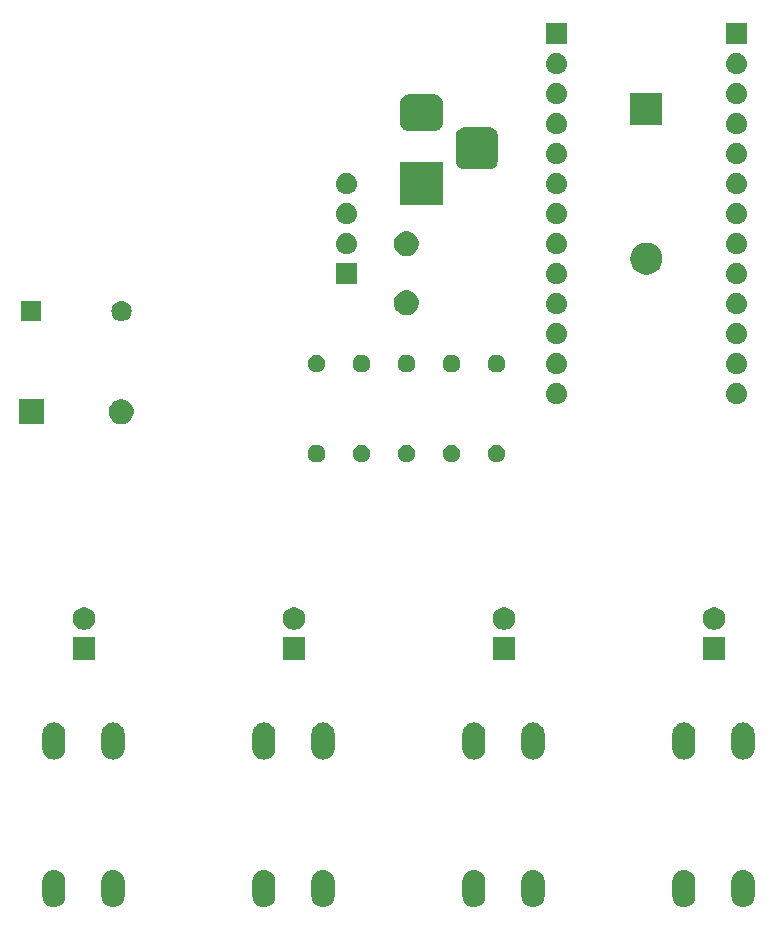
<source format=gbr>
G04 #@! TF.GenerationSoftware,KiCad,Pcbnew,5.1.4+dfsg1-1~bpo10+1*
G04 #@! TF.CreationDate,2020-06-27T23:46:46+02:00*
G04 #@! TF.ProjectId,SinS,53696e53-2e6b-4696-9361-645f70636258,rev?*
G04 #@! TF.SameCoordinates,Original*
G04 #@! TF.FileFunction,Soldermask,Top*
G04 #@! TF.FilePolarity,Negative*
%FSLAX46Y46*%
G04 Gerber Fmt 4.6, Leading zero omitted, Abs format (unit mm)*
G04 Created by KiCad (PCBNEW 5.1.4+dfsg1-1~bpo10+1) date 2020-06-27 23:46:46*
%MOMM*%
%LPD*%
G04 APERTURE LIST*
%ADD10C,0.100000*%
G04 APERTURE END LIST*
D10*
G36*
X118936328Y-135599122D02*
G01*
X119072436Y-135640410D01*
X119120309Y-135654932D01*
X119235674Y-135716596D01*
X119289860Y-135745559D01*
X119336035Y-135783454D01*
X119438476Y-135867524D01*
X119522546Y-135969965D01*
X119560441Y-136016140D01*
X119603006Y-136095775D01*
X119651068Y-136185691D01*
X119651069Y-136185694D01*
X119706878Y-136369671D01*
X119721000Y-136513056D01*
X119721000Y-137806944D01*
X119706878Y-137950329D01*
X119651069Y-138134306D01*
X119651068Y-138134309D01*
X119651067Y-138134310D01*
X119560441Y-138303860D01*
X119522546Y-138350035D01*
X119438476Y-138452476D01*
X119336035Y-138536546D01*
X119289860Y-138574441D01*
X119210225Y-138617006D01*
X119120309Y-138665068D01*
X119120306Y-138665069D01*
X118936329Y-138720878D01*
X118745000Y-138739722D01*
X118553672Y-138720878D01*
X118369695Y-138665069D01*
X118369692Y-138665068D01*
X118279776Y-138617006D01*
X118200141Y-138574441D01*
X118153966Y-138536546D01*
X118051525Y-138452476D01*
X117967455Y-138350035D01*
X117929560Y-138303860D01*
X117838932Y-138134306D01*
X117783123Y-137950329D01*
X117783123Y-137950327D01*
X117783122Y-137950325D01*
X117769000Y-137806945D01*
X117769000Y-136513056D01*
X117783122Y-136369674D01*
X117783122Y-136369672D01*
X117838931Y-136185695D01*
X117838932Y-136185691D01*
X117900596Y-136070326D01*
X117929559Y-136016140D01*
X117967454Y-135969965D01*
X118051524Y-135867524D01*
X118153965Y-135783454D01*
X118200140Y-135745559D01*
X118279775Y-135702994D01*
X118369691Y-135654932D01*
X118369694Y-135654931D01*
X118553671Y-135599122D01*
X118745000Y-135580278D01*
X118936328Y-135599122D01*
X118936328Y-135599122D01*
G37*
G36*
X70596328Y-135599122D02*
G01*
X70732436Y-135640410D01*
X70780309Y-135654932D01*
X70895674Y-135716596D01*
X70949860Y-135745559D01*
X70996035Y-135783454D01*
X71098476Y-135867524D01*
X71182546Y-135969965D01*
X71220441Y-136016140D01*
X71263006Y-136095775D01*
X71311068Y-136185691D01*
X71311069Y-136185694D01*
X71366878Y-136369671D01*
X71381000Y-136513056D01*
X71381000Y-137806944D01*
X71366878Y-137950329D01*
X71311069Y-138134306D01*
X71311068Y-138134309D01*
X71311067Y-138134310D01*
X71220441Y-138303860D01*
X71182546Y-138350035D01*
X71098476Y-138452476D01*
X70996035Y-138536546D01*
X70949860Y-138574441D01*
X70870225Y-138617006D01*
X70780309Y-138665068D01*
X70780306Y-138665069D01*
X70596329Y-138720878D01*
X70405000Y-138739722D01*
X70213672Y-138720878D01*
X70029695Y-138665069D01*
X70029692Y-138665068D01*
X69939776Y-138617006D01*
X69860141Y-138574441D01*
X69813966Y-138536546D01*
X69711525Y-138452476D01*
X69627455Y-138350035D01*
X69589560Y-138303860D01*
X69498932Y-138134306D01*
X69443123Y-137950329D01*
X69443123Y-137950327D01*
X69443122Y-137950325D01*
X69429000Y-137806945D01*
X69429000Y-136513056D01*
X69443122Y-136369674D01*
X69443122Y-136369672D01*
X69498931Y-136185695D01*
X69498932Y-136185691D01*
X69560596Y-136070326D01*
X69589559Y-136016140D01*
X69627454Y-135969965D01*
X69711524Y-135867524D01*
X69813965Y-135783454D01*
X69860140Y-135745559D01*
X69939775Y-135702994D01*
X70029691Y-135654932D01*
X70029694Y-135654931D01*
X70213671Y-135599122D01*
X70405000Y-135580278D01*
X70596328Y-135599122D01*
X70596328Y-135599122D01*
G37*
G36*
X65596328Y-135599122D02*
G01*
X65732436Y-135640410D01*
X65780309Y-135654932D01*
X65895674Y-135716596D01*
X65949860Y-135745559D01*
X65996035Y-135783454D01*
X66098476Y-135867524D01*
X66182546Y-135969965D01*
X66220441Y-136016140D01*
X66263006Y-136095775D01*
X66311068Y-136185691D01*
X66311069Y-136185694D01*
X66366878Y-136369671D01*
X66381000Y-136513056D01*
X66381000Y-137806944D01*
X66366878Y-137950329D01*
X66311069Y-138134306D01*
X66311068Y-138134309D01*
X66311067Y-138134310D01*
X66220441Y-138303860D01*
X66182546Y-138350035D01*
X66098476Y-138452476D01*
X65996035Y-138536546D01*
X65949860Y-138574441D01*
X65870225Y-138617006D01*
X65780309Y-138665068D01*
X65780306Y-138665069D01*
X65596329Y-138720878D01*
X65405000Y-138739722D01*
X65213672Y-138720878D01*
X65029695Y-138665069D01*
X65029692Y-138665068D01*
X64939776Y-138617006D01*
X64860141Y-138574441D01*
X64813966Y-138536546D01*
X64711525Y-138452476D01*
X64627455Y-138350035D01*
X64589560Y-138303860D01*
X64498932Y-138134306D01*
X64443123Y-137950329D01*
X64443123Y-137950327D01*
X64443122Y-137950325D01*
X64429000Y-137806945D01*
X64429000Y-136513056D01*
X64443122Y-136369674D01*
X64443122Y-136369672D01*
X64498931Y-136185695D01*
X64498932Y-136185691D01*
X64560596Y-136070326D01*
X64589559Y-136016140D01*
X64627454Y-135969965D01*
X64711524Y-135867524D01*
X64813965Y-135783454D01*
X64860140Y-135745559D01*
X64939775Y-135702994D01*
X65029691Y-135654932D01*
X65029694Y-135654931D01*
X65213671Y-135599122D01*
X65405000Y-135580278D01*
X65596328Y-135599122D01*
X65596328Y-135599122D01*
G37*
G36*
X88376328Y-135599122D02*
G01*
X88512436Y-135640410D01*
X88560309Y-135654932D01*
X88675674Y-135716596D01*
X88729860Y-135745559D01*
X88776035Y-135783454D01*
X88878476Y-135867524D01*
X88962546Y-135969965D01*
X89000441Y-136016140D01*
X89043006Y-136095775D01*
X89091068Y-136185691D01*
X89091069Y-136185694D01*
X89146878Y-136369671D01*
X89161000Y-136513056D01*
X89161000Y-137806944D01*
X89146878Y-137950329D01*
X89091069Y-138134306D01*
X89091068Y-138134309D01*
X89091067Y-138134310D01*
X89000441Y-138303860D01*
X88962546Y-138350035D01*
X88878476Y-138452476D01*
X88776035Y-138536546D01*
X88729860Y-138574441D01*
X88650225Y-138617006D01*
X88560309Y-138665068D01*
X88560306Y-138665069D01*
X88376329Y-138720878D01*
X88185000Y-138739722D01*
X87993672Y-138720878D01*
X87809695Y-138665069D01*
X87809692Y-138665068D01*
X87719776Y-138617006D01*
X87640141Y-138574441D01*
X87593966Y-138536546D01*
X87491525Y-138452476D01*
X87407455Y-138350035D01*
X87369560Y-138303860D01*
X87278932Y-138134306D01*
X87223123Y-137950329D01*
X87223123Y-137950327D01*
X87223122Y-137950325D01*
X87209000Y-137806945D01*
X87209000Y-136513056D01*
X87223122Y-136369674D01*
X87223122Y-136369672D01*
X87278931Y-136185695D01*
X87278932Y-136185691D01*
X87340596Y-136070326D01*
X87369559Y-136016140D01*
X87407454Y-135969965D01*
X87491524Y-135867524D01*
X87593965Y-135783454D01*
X87640140Y-135745559D01*
X87719775Y-135702994D01*
X87809691Y-135654932D01*
X87809694Y-135654931D01*
X87993671Y-135599122D01*
X88185000Y-135580278D01*
X88376328Y-135599122D01*
X88376328Y-135599122D01*
G37*
G36*
X83376328Y-135599122D02*
G01*
X83512436Y-135640410D01*
X83560309Y-135654932D01*
X83675674Y-135716596D01*
X83729860Y-135745559D01*
X83776035Y-135783454D01*
X83878476Y-135867524D01*
X83962546Y-135969965D01*
X84000441Y-136016140D01*
X84043006Y-136095775D01*
X84091068Y-136185691D01*
X84091069Y-136185694D01*
X84146878Y-136369671D01*
X84161000Y-136513056D01*
X84161000Y-137806944D01*
X84146878Y-137950329D01*
X84091069Y-138134306D01*
X84091068Y-138134309D01*
X84091067Y-138134310D01*
X84000441Y-138303860D01*
X83962546Y-138350035D01*
X83878476Y-138452476D01*
X83776035Y-138536546D01*
X83729860Y-138574441D01*
X83650225Y-138617006D01*
X83560309Y-138665068D01*
X83560306Y-138665069D01*
X83376329Y-138720878D01*
X83185000Y-138739722D01*
X82993672Y-138720878D01*
X82809695Y-138665069D01*
X82809692Y-138665068D01*
X82719776Y-138617006D01*
X82640141Y-138574441D01*
X82593966Y-138536546D01*
X82491525Y-138452476D01*
X82407455Y-138350035D01*
X82369560Y-138303860D01*
X82278932Y-138134306D01*
X82223123Y-137950329D01*
X82223123Y-137950327D01*
X82223122Y-137950325D01*
X82209000Y-137806945D01*
X82209000Y-136513056D01*
X82223122Y-136369674D01*
X82223122Y-136369672D01*
X82278931Y-136185695D01*
X82278932Y-136185691D01*
X82340596Y-136070326D01*
X82369559Y-136016140D01*
X82407454Y-135969965D01*
X82491524Y-135867524D01*
X82593965Y-135783454D01*
X82640140Y-135745559D01*
X82719775Y-135702994D01*
X82809691Y-135654932D01*
X82809694Y-135654931D01*
X82993671Y-135599122D01*
X83185000Y-135580278D01*
X83376328Y-135599122D01*
X83376328Y-135599122D01*
G37*
G36*
X106156328Y-135599122D02*
G01*
X106292436Y-135640410D01*
X106340309Y-135654932D01*
X106455674Y-135716596D01*
X106509860Y-135745559D01*
X106556035Y-135783454D01*
X106658476Y-135867524D01*
X106742546Y-135969965D01*
X106780441Y-136016140D01*
X106823006Y-136095775D01*
X106871068Y-136185691D01*
X106871069Y-136185694D01*
X106926878Y-136369671D01*
X106941000Y-136513056D01*
X106941000Y-137806944D01*
X106926878Y-137950329D01*
X106871069Y-138134306D01*
X106871068Y-138134309D01*
X106871067Y-138134310D01*
X106780441Y-138303860D01*
X106742546Y-138350035D01*
X106658476Y-138452476D01*
X106556035Y-138536546D01*
X106509860Y-138574441D01*
X106430225Y-138617006D01*
X106340309Y-138665068D01*
X106340306Y-138665069D01*
X106156329Y-138720878D01*
X105965000Y-138739722D01*
X105773672Y-138720878D01*
X105589695Y-138665069D01*
X105589692Y-138665068D01*
X105499776Y-138617006D01*
X105420141Y-138574441D01*
X105373966Y-138536546D01*
X105271525Y-138452476D01*
X105187455Y-138350035D01*
X105149560Y-138303860D01*
X105058932Y-138134306D01*
X105003123Y-137950329D01*
X105003123Y-137950327D01*
X105003122Y-137950325D01*
X104989000Y-137806945D01*
X104989000Y-136513056D01*
X105003122Y-136369674D01*
X105003122Y-136369672D01*
X105058931Y-136185695D01*
X105058932Y-136185691D01*
X105120596Y-136070326D01*
X105149559Y-136016140D01*
X105187454Y-135969965D01*
X105271524Y-135867524D01*
X105373965Y-135783454D01*
X105420140Y-135745559D01*
X105499775Y-135702994D01*
X105589691Y-135654932D01*
X105589694Y-135654931D01*
X105773671Y-135599122D01*
X105965000Y-135580278D01*
X106156328Y-135599122D01*
X106156328Y-135599122D01*
G37*
G36*
X101156328Y-135599122D02*
G01*
X101292436Y-135640410D01*
X101340309Y-135654932D01*
X101455674Y-135716596D01*
X101509860Y-135745559D01*
X101556035Y-135783454D01*
X101658476Y-135867524D01*
X101742546Y-135969965D01*
X101780441Y-136016140D01*
X101823006Y-136095775D01*
X101871068Y-136185691D01*
X101871069Y-136185694D01*
X101926878Y-136369671D01*
X101941000Y-136513056D01*
X101941000Y-137806944D01*
X101926878Y-137950329D01*
X101871069Y-138134306D01*
X101871068Y-138134309D01*
X101871067Y-138134310D01*
X101780441Y-138303860D01*
X101742546Y-138350035D01*
X101658476Y-138452476D01*
X101556035Y-138536546D01*
X101509860Y-138574441D01*
X101430225Y-138617006D01*
X101340309Y-138665068D01*
X101340306Y-138665069D01*
X101156329Y-138720878D01*
X100965000Y-138739722D01*
X100773672Y-138720878D01*
X100589695Y-138665069D01*
X100589692Y-138665068D01*
X100499776Y-138617006D01*
X100420141Y-138574441D01*
X100373966Y-138536546D01*
X100271525Y-138452476D01*
X100187455Y-138350035D01*
X100149560Y-138303860D01*
X100058932Y-138134306D01*
X100003123Y-137950329D01*
X100003123Y-137950327D01*
X100003122Y-137950325D01*
X99989000Y-137806945D01*
X99989000Y-136513056D01*
X100003122Y-136369674D01*
X100003122Y-136369672D01*
X100058931Y-136185695D01*
X100058932Y-136185691D01*
X100120596Y-136070326D01*
X100149559Y-136016140D01*
X100187454Y-135969965D01*
X100271524Y-135867524D01*
X100373965Y-135783454D01*
X100420140Y-135745559D01*
X100499775Y-135702994D01*
X100589691Y-135654932D01*
X100589694Y-135654931D01*
X100773671Y-135599122D01*
X100965000Y-135580278D01*
X101156328Y-135599122D01*
X101156328Y-135599122D01*
G37*
G36*
X123936328Y-135599122D02*
G01*
X124072436Y-135640410D01*
X124120309Y-135654932D01*
X124235674Y-135716596D01*
X124289860Y-135745559D01*
X124336035Y-135783454D01*
X124438476Y-135867524D01*
X124522546Y-135969965D01*
X124560441Y-136016140D01*
X124603006Y-136095775D01*
X124651068Y-136185691D01*
X124651069Y-136185694D01*
X124706878Y-136369671D01*
X124721000Y-136513056D01*
X124721000Y-137806944D01*
X124706878Y-137950329D01*
X124651069Y-138134306D01*
X124651068Y-138134309D01*
X124651067Y-138134310D01*
X124560441Y-138303860D01*
X124522546Y-138350035D01*
X124438476Y-138452476D01*
X124336035Y-138536546D01*
X124289860Y-138574441D01*
X124210225Y-138617006D01*
X124120309Y-138665068D01*
X124120306Y-138665069D01*
X123936329Y-138720878D01*
X123745000Y-138739722D01*
X123553672Y-138720878D01*
X123369695Y-138665069D01*
X123369692Y-138665068D01*
X123279776Y-138617006D01*
X123200141Y-138574441D01*
X123153966Y-138536546D01*
X123051525Y-138452476D01*
X122967455Y-138350035D01*
X122929560Y-138303860D01*
X122838932Y-138134306D01*
X122783123Y-137950329D01*
X122783123Y-137950327D01*
X122783122Y-137950325D01*
X122769000Y-137806945D01*
X122769000Y-136513056D01*
X122783122Y-136369674D01*
X122783122Y-136369672D01*
X122838931Y-136185695D01*
X122838932Y-136185691D01*
X122900596Y-136070326D01*
X122929559Y-136016140D01*
X122967454Y-135969965D01*
X123051524Y-135867524D01*
X123153965Y-135783454D01*
X123200140Y-135745559D01*
X123279775Y-135702994D01*
X123369691Y-135654932D01*
X123369694Y-135654931D01*
X123553671Y-135599122D01*
X123745000Y-135580278D01*
X123936328Y-135599122D01*
X123936328Y-135599122D01*
G37*
G36*
X118936328Y-123099122D02*
G01*
X119072436Y-123140410D01*
X119120309Y-123154932D01*
X119235674Y-123216596D01*
X119289860Y-123245559D01*
X119336035Y-123283454D01*
X119438476Y-123367524D01*
X119522546Y-123469965D01*
X119560441Y-123516140D01*
X119603006Y-123595775D01*
X119651068Y-123685691D01*
X119651069Y-123685694D01*
X119706878Y-123869671D01*
X119721000Y-124013056D01*
X119721000Y-125306944D01*
X119706878Y-125450329D01*
X119651069Y-125634306D01*
X119651068Y-125634309D01*
X119651067Y-125634310D01*
X119560441Y-125803860D01*
X119522546Y-125850035D01*
X119438476Y-125952476D01*
X119336035Y-126036546D01*
X119289860Y-126074441D01*
X119210225Y-126117006D01*
X119120309Y-126165068D01*
X119120306Y-126165069D01*
X118936329Y-126220878D01*
X118745000Y-126239722D01*
X118553672Y-126220878D01*
X118369695Y-126165069D01*
X118369692Y-126165068D01*
X118279776Y-126117006D01*
X118200141Y-126074441D01*
X118153966Y-126036546D01*
X118051525Y-125952476D01*
X117967455Y-125850035D01*
X117929560Y-125803860D01*
X117838932Y-125634306D01*
X117783123Y-125450329D01*
X117783123Y-125450327D01*
X117783122Y-125450325D01*
X117769000Y-125306945D01*
X117769000Y-124013056D01*
X117783122Y-123869674D01*
X117783122Y-123869672D01*
X117838931Y-123685695D01*
X117838932Y-123685691D01*
X117900596Y-123570326D01*
X117929559Y-123516140D01*
X117967454Y-123469965D01*
X118051524Y-123367524D01*
X118153965Y-123283454D01*
X118200140Y-123245559D01*
X118279775Y-123202994D01*
X118369691Y-123154932D01*
X118369694Y-123154931D01*
X118553671Y-123099122D01*
X118745000Y-123080278D01*
X118936328Y-123099122D01*
X118936328Y-123099122D01*
G37*
G36*
X83376328Y-123099122D02*
G01*
X83512436Y-123140410D01*
X83560309Y-123154932D01*
X83675674Y-123216596D01*
X83729860Y-123245559D01*
X83776035Y-123283454D01*
X83878476Y-123367524D01*
X83962546Y-123469965D01*
X84000441Y-123516140D01*
X84043006Y-123595775D01*
X84091068Y-123685691D01*
X84091069Y-123685694D01*
X84146878Y-123869671D01*
X84161000Y-124013056D01*
X84161000Y-125306944D01*
X84146878Y-125450329D01*
X84091069Y-125634306D01*
X84091068Y-125634309D01*
X84091067Y-125634310D01*
X84000441Y-125803860D01*
X83962546Y-125850035D01*
X83878476Y-125952476D01*
X83776035Y-126036546D01*
X83729860Y-126074441D01*
X83650225Y-126117006D01*
X83560309Y-126165068D01*
X83560306Y-126165069D01*
X83376329Y-126220878D01*
X83185000Y-126239722D01*
X82993672Y-126220878D01*
X82809695Y-126165069D01*
X82809692Y-126165068D01*
X82719776Y-126117006D01*
X82640141Y-126074441D01*
X82593966Y-126036546D01*
X82491525Y-125952476D01*
X82407455Y-125850035D01*
X82369560Y-125803860D01*
X82278932Y-125634306D01*
X82223123Y-125450329D01*
X82223123Y-125450327D01*
X82223122Y-125450325D01*
X82209000Y-125306945D01*
X82209000Y-124013056D01*
X82223122Y-123869674D01*
X82223122Y-123869672D01*
X82278931Y-123685695D01*
X82278932Y-123685691D01*
X82340596Y-123570326D01*
X82369559Y-123516140D01*
X82407454Y-123469965D01*
X82491524Y-123367524D01*
X82593965Y-123283454D01*
X82640140Y-123245559D01*
X82719775Y-123202994D01*
X82809691Y-123154932D01*
X82809694Y-123154931D01*
X82993671Y-123099122D01*
X83185000Y-123080278D01*
X83376328Y-123099122D01*
X83376328Y-123099122D01*
G37*
G36*
X123936328Y-123099122D02*
G01*
X124072436Y-123140410D01*
X124120309Y-123154932D01*
X124235674Y-123216596D01*
X124289860Y-123245559D01*
X124336035Y-123283454D01*
X124438476Y-123367524D01*
X124522546Y-123469965D01*
X124560441Y-123516140D01*
X124603006Y-123595775D01*
X124651068Y-123685691D01*
X124651069Y-123685694D01*
X124706878Y-123869671D01*
X124721000Y-124013056D01*
X124721000Y-125306944D01*
X124706878Y-125450329D01*
X124651069Y-125634306D01*
X124651068Y-125634309D01*
X124651067Y-125634310D01*
X124560441Y-125803860D01*
X124522546Y-125850035D01*
X124438476Y-125952476D01*
X124336035Y-126036546D01*
X124289860Y-126074441D01*
X124210225Y-126117006D01*
X124120309Y-126165068D01*
X124120306Y-126165069D01*
X123936329Y-126220878D01*
X123745000Y-126239722D01*
X123553672Y-126220878D01*
X123369695Y-126165069D01*
X123369692Y-126165068D01*
X123279776Y-126117006D01*
X123200141Y-126074441D01*
X123153966Y-126036546D01*
X123051525Y-125952476D01*
X122967455Y-125850035D01*
X122929560Y-125803860D01*
X122838932Y-125634306D01*
X122783123Y-125450329D01*
X122783123Y-125450327D01*
X122783122Y-125450325D01*
X122769000Y-125306945D01*
X122769000Y-124013056D01*
X122783122Y-123869674D01*
X122783122Y-123869672D01*
X122838931Y-123685695D01*
X122838932Y-123685691D01*
X122900596Y-123570326D01*
X122929559Y-123516140D01*
X122967454Y-123469965D01*
X123051524Y-123367524D01*
X123153965Y-123283454D01*
X123200140Y-123245559D01*
X123279775Y-123202994D01*
X123369691Y-123154932D01*
X123369694Y-123154931D01*
X123553671Y-123099122D01*
X123745000Y-123080278D01*
X123936328Y-123099122D01*
X123936328Y-123099122D01*
G37*
G36*
X106156328Y-123099122D02*
G01*
X106292436Y-123140410D01*
X106340309Y-123154932D01*
X106455674Y-123216596D01*
X106509860Y-123245559D01*
X106556035Y-123283454D01*
X106658476Y-123367524D01*
X106742546Y-123469965D01*
X106780441Y-123516140D01*
X106823006Y-123595775D01*
X106871068Y-123685691D01*
X106871069Y-123685694D01*
X106926878Y-123869671D01*
X106941000Y-124013056D01*
X106941000Y-125306944D01*
X106926878Y-125450329D01*
X106871069Y-125634306D01*
X106871068Y-125634309D01*
X106871067Y-125634310D01*
X106780441Y-125803860D01*
X106742546Y-125850035D01*
X106658476Y-125952476D01*
X106556035Y-126036546D01*
X106509860Y-126074441D01*
X106430225Y-126117006D01*
X106340309Y-126165068D01*
X106340306Y-126165069D01*
X106156329Y-126220878D01*
X105965000Y-126239722D01*
X105773672Y-126220878D01*
X105589695Y-126165069D01*
X105589692Y-126165068D01*
X105499776Y-126117006D01*
X105420141Y-126074441D01*
X105373966Y-126036546D01*
X105271525Y-125952476D01*
X105187455Y-125850035D01*
X105149560Y-125803860D01*
X105058932Y-125634306D01*
X105003123Y-125450329D01*
X105003123Y-125450327D01*
X105003122Y-125450325D01*
X104989000Y-125306945D01*
X104989000Y-124013056D01*
X105003122Y-123869674D01*
X105003122Y-123869672D01*
X105058931Y-123685695D01*
X105058932Y-123685691D01*
X105120596Y-123570326D01*
X105149559Y-123516140D01*
X105187454Y-123469965D01*
X105271524Y-123367524D01*
X105373965Y-123283454D01*
X105420140Y-123245559D01*
X105499775Y-123202994D01*
X105589691Y-123154932D01*
X105589694Y-123154931D01*
X105773671Y-123099122D01*
X105965000Y-123080278D01*
X106156328Y-123099122D01*
X106156328Y-123099122D01*
G37*
G36*
X101156328Y-123099122D02*
G01*
X101292436Y-123140410D01*
X101340309Y-123154932D01*
X101455674Y-123216596D01*
X101509860Y-123245559D01*
X101556035Y-123283454D01*
X101658476Y-123367524D01*
X101742546Y-123469965D01*
X101780441Y-123516140D01*
X101823006Y-123595775D01*
X101871068Y-123685691D01*
X101871069Y-123685694D01*
X101926878Y-123869671D01*
X101941000Y-124013056D01*
X101941000Y-125306944D01*
X101926878Y-125450329D01*
X101871069Y-125634306D01*
X101871068Y-125634309D01*
X101871067Y-125634310D01*
X101780441Y-125803860D01*
X101742546Y-125850035D01*
X101658476Y-125952476D01*
X101556035Y-126036546D01*
X101509860Y-126074441D01*
X101430225Y-126117006D01*
X101340309Y-126165068D01*
X101340306Y-126165069D01*
X101156329Y-126220878D01*
X100965000Y-126239722D01*
X100773672Y-126220878D01*
X100589695Y-126165069D01*
X100589692Y-126165068D01*
X100499776Y-126117006D01*
X100420141Y-126074441D01*
X100373966Y-126036546D01*
X100271525Y-125952476D01*
X100187455Y-125850035D01*
X100149560Y-125803860D01*
X100058932Y-125634306D01*
X100003123Y-125450329D01*
X100003123Y-125450327D01*
X100003122Y-125450325D01*
X99989000Y-125306945D01*
X99989000Y-124013056D01*
X100003122Y-123869674D01*
X100003122Y-123869672D01*
X100058931Y-123685695D01*
X100058932Y-123685691D01*
X100120596Y-123570326D01*
X100149559Y-123516140D01*
X100187454Y-123469965D01*
X100271524Y-123367524D01*
X100373965Y-123283454D01*
X100420140Y-123245559D01*
X100499775Y-123202994D01*
X100589691Y-123154932D01*
X100589694Y-123154931D01*
X100773671Y-123099122D01*
X100965000Y-123080278D01*
X101156328Y-123099122D01*
X101156328Y-123099122D01*
G37*
G36*
X88376328Y-123099122D02*
G01*
X88512436Y-123140410D01*
X88560309Y-123154932D01*
X88675674Y-123216596D01*
X88729860Y-123245559D01*
X88776035Y-123283454D01*
X88878476Y-123367524D01*
X88962546Y-123469965D01*
X89000441Y-123516140D01*
X89043006Y-123595775D01*
X89091068Y-123685691D01*
X89091069Y-123685694D01*
X89146878Y-123869671D01*
X89161000Y-124013056D01*
X89161000Y-125306944D01*
X89146878Y-125450329D01*
X89091069Y-125634306D01*
X89091068Y-125634309D01*
X89091067Y-125634310D01*
X89000441Y-125803860D01*
X88962546Y-125850035D01*
X88878476Y-125952476D01*
X88776035Y-126036546D01*
X88729860Y-126074441D01*
X88650225Y-126117006D01*
X88560309Y-126165068D01*
X88560306Y-126165069D01*
X88376329Y-126220878D01*
X88185000Y-126239722D01*
X87993672Y-126220878D01*
X87809695Y-126165069D01*
X87809692Y-126165068D01*
X87719776Y-126117006D01*
X87640141Y-126074441D01*
X87593966Y-126036546D01*
X87491525Y-125952476D01*
X87407455Y-125850035D01*
X87369560Y-125803860D01*
X87278932Y-125634306D01*
X87223123Y-125450329D01*
X87223123Y-125450327D01*
X87223122Y-125450325D01*
X87209000Y-125306945D01*
X87209000Y-124013056D01*
X87223122Y-123869674D01*
X87223122Y-123869672D01*
X87278931Y-123685695D01*
X87278932Y-123685691D01*
X87340596Y-123570326D01*
X87369559Y-123516140D01*
X87407454Y-123469965D01*
X87491524Y-123367524D01*
X87593965Y-123283454D01*
X87640140Y-123245559D01*
X87719775Y-123202994D01*
X87809691Y-123154932D01*
X87809694Y-123154931D01*
X87993671Y-123099122D01*
X88185000Y-123080278D01*
X88376328Y-123099122D01*
X88376328Y-123099122D01*
G37*
G36*
X65596328Y-123099122D02*
G01*
X65732436Y-123140410D01*
X65780309Y-123154932D01*
X65895674Y-123216596D01*
X65949860Y-123245559D01*
X65996035Y-123283454D01*
X66098476Y-123367524D01*
X66182546Y-123469965D01*
X66220441Y-123516140D01*
X66263006Y-123595775D01*
X66311068Y-123685691D01*
X66311069Y-123685694D01*
X66366878Y-123869671D01*
X66381000Y-124013056D01*
X66381000Y-125306944D01*
X66366878Y-125450329D01*
X66311069Y-125634306D01*
X66311068Y-125634309D01*
X66311067Y-125634310D01*
X66220441Y-125803860D01*
X66182546Y-125850035D01*
X66098476Y-125952476D01*
X65996035Y-126036546D01*
X65949860Y-126074441D01*
X65870225Y-126117006D01*
X65780309Y-126165068D01*
X65780306Y-126165069D01*
X65596329Y-126220878D01*
X65405000Y-126239722D01*
X65213672Y-126220878D01*
X65029695Y-126165069D01*
X65029692Y-126165068D01*
X64939776Y-126117006D01*
X64860141Y-126074441D01*
X64813966Y-126036546D01*
X64711525Y-125952476D01*
X64627455Y-125850035D01*
X64589560Y-125803860D01*
X64498932Y-125634306D01*
X64443123Y-125450329D01*
X64443123Y-125450327D01*
X64443122Y-125450325D01*
X64429000Y-125306945D01*
X64429000Y-124013056D01*
X64443122Y-123869674D01*
X64443122Y-123869672D01*
X64498931Y-123685695D01*
X64498932Y-123685691D01*
X64560596Y-123570326D01*
X64589559Y-123516140D01*
X64627454Y-123469965D01*
X64711524Y-123367524D01*
X64813965Y-123283454D01*
X64860140Y-123245559D01*
X64939775Y-123202994D01*
X65029691Y-123154932D01*
X65029694Y-123154931D01*
X65213671Y-123099122D01*
X65405000Y-123080278D01*
X65596328Y-123099122D01*
X65596328Y-123099122D01*
G37*
G36*
X70596328Y-123099122D02*
G01*
X70732436Y-123140410D01*
X70780309Y-123154932D01*
X70895674Y-123216596D01*
X70949860Y-123245559D01*
X70996035Y-123283454D01*
X71098476Y-123367524D01*
X71182546Y-123469965D01*
X71220441Y-123516140D01*
X71263006Y-123595775D01*
X71311068Y-123685691D01*
X71311069Y-123685694D01*
X71366878Y-123869671D01*
X71381000Y-124013056D01*
X71381000Y-125306944D01*
X71366878Y-125450329D01*
X71311069Y-125634306D01*
X71311068Y-125634309D01*
X71311067Y-125634310D01*
X71220441Y-125803860D01*
X71182546Y-125850035D01*
X71098476Y-125952476D01*
X70996035Y-126036546D01*
X70949860Y-126074441D01*
X70870225Y-126117006D01*
X70780309Y-126165068D01*
X70780306Y-126165069D01*
X70596329Y-126220878D01*
X70405000Y-126239722D01*
X70213672Y-126220878D01*
X70029695Y-126165069D01*
X70029692Y-126165068D01*
X69939776Y-126117006D01*
X69860141Y-126074441D01*
X69813966Y-126036546D01*
X69711525Y-125952476D01*
X69627455Y-125850035D01*
X69589560Y-125803860D01*
X69498932Y-125634306D01*
X69443123Y-125450329D01*
X69443123Y-125450327D01*
X69443122Y-125450325D01*
X69429000Y-125306945D01*
X69429000Y-124013056D01*
X69443122Y-123869674D01*
X69443122Y-123869672D01*
X69498931Y-123685695D01*
X69498932Y-123685691D01*
X69560596Y-123570326D01*
X69589559Y-123516140D01*
X69627454Y-123469965D01*
X69711524Y-123367524D01*
X69813965Y-123283454D01*
X69860140Y-123245559D01*
X69939775Y-123202994D01*
X70029691Y-123154932D01*
X70029694Y-123154931D01*
X70213671Y-123099122D01*
X70405000Y-123080278D01*
X70596328Y-123099122D01*
X70596328Y-123099122D01*
G37*
G36*
X122236000Y-117791000D02*
G01*
X120334000Y-117791000D01*
X120334000Y-115889000D01*
X122236000Y-115889000D01*
X122236000Y-117791000D01*
X122236000Y-117791000D01*
G37*
G36*
X104456000Y-117791000D02*
G01*
X102554000Y-117791000D01*
X102554000Y-115889000D01*
X104456000Y-115889000D01*
X104456000Y-117791000D01*
X104456000Y-117791000D01*
G37*
G36*
X68896000Y-117791000D02*
G01*
X66994000Y-117791000D01*
X66994000Y-115889000D01*
X68896000Y-115889000D01*
X68896000Y-117791000D01*
X68896000Y-117791000D01*
G37*
G36*
X86676000Y-117791000D02*
G01*
X84774000Y-117791000D01*
X84774000Y-115889000D01*
X86676000Y-115889000D01*
X86676000Y-117791000D01*
X86676000Y-117791000D01*
G37*
G36*
X121562395Y-113385546D02*
G01*
X121735466Y-113457234D01*
X121735467Y-113457235D01*
X121891227Y-113561310D01*
X122023690Y-113693773D01*
X122023691Y-113693775D01*
X122127766Y-113849534D01*
X122199454Y-114022605D01*
X122236000Y-114206333D01*
X122236000Y-114393667D01*
X122199454Y-114577395D01*
X122127766Y-114750466D01*
X122127765Y-114750467D01*
X122023690Y-114906227D01*
X121891227Y-115038690D01*
X121812818Y-115091081D01*
X121735466Y-115142766D01*
X121562395Y-115214454D01*
X121378667Y-115251000D01*
X121191333Y-115251000D01*
X121007605Y-115214454D01*
X120834534Y-115142766D01*
X120757182Y-115091081D01*
X120678773Y-115038690D01*
X120546310Y-114906227D01*
X120442235Y-114750467D01*
X120442234Y-114750466D01*
X120370546Y-114577395D01*
X120334000Y-114393667D01*
X120334000Y-114206333D01*
X120370546Y-114022605D01*
X120442234Y-113849534D01*
X120546309Y-113693775D01*
X120546310Y-113693773D01*
X120678773Y-113561310D01*
X120834533Y-113457235D01*
X120834534Y-113457234D01*
X121007605Y-113385546D01*
X121191333Y-113349000D01*
X121378667Y-113349000D01*
X121562395Y-113385546D01*
X121562395Y-113385546D01*
G37*
G36*
X68222395Y-113385546D02*
G01*
X68395466Y-113457234D01*
X68395467Y-113457235D01*
X68551227Y-113561310D01*
X68683690Y-113693773D01*
X68683691Y-113693775D01*
X68787766Y-113849534D01*
X68859454Y-114022605D01*
X68896000Y-114206333D01*
X68896000Y-114393667D01*
X68859454Y-114577395D01*
X68787766Y-114750466D01*
X68787765Y-114750467D01*
X68683690Y-114906227D01*
X68551227Y-115038690D01*
X68472818Y-115091081D01*
X68395466Y-115142766D01*
X68222395Y-115214454D01*
X68038667Y-115251000D01*
X67851333Y-115251000D01*
X67667605Y-115214454D01*
X67494534Y-115142766D01*
X67417182Y-115091081D01*
X67338773Y-115038690D01*
X67206310Y-114906227D01*
X67102235Y-114750467D01*
X67102234Y-114750466D01*
X67030546Y-114577395D01*
X66994000Y-114393667D01*
X66994000Y-114206333D01*
X67030546Y-114022605D01*
X67102234Y-113849534D01*
X67206309Y-113693775D01*
X67206310Y-113693773D01*
X67338773Y-113561310D01*
X67494533Y-113457235D01*
X67494534Y-113457234D01*
X67667605Y-113385546D01*
X67851333Y-113349000D01*
X68038667Y-113349000D01*
X68222395Y-113385546D01*
X68222395Y-113385546D01*
G37*
G36*
X103782395Y-113385546D02*
G01*
X103955466Y-113457234D01*
X103955467Y-113457235D01*
X104111227Y-113561310D01*
X104243690Y-113693773D01*
X104243691Y-113693775D01*
X104347766Y-113849534D01*
X104419454Y-114022605D01*
X104456000Y-114206333D01*
X104456000Y-114393667D01*
X104419454Y-114577395D01*
X104347766Y-114750466D01*
X104347765Y-114750467D01*
X104243690Y-114906227D01*
X104111227Y-115038690D01*
X104032818Y-115091081D01*
X103955466Y-115142766D01*
X103782395Y-115214454D01*
X103598667Y-115251000D01*
X103411333Y-115251000D01*
X103227605Y-115214454D01*
X103054534Y-115142766D01*
X102977182Y-115091081D01*
X102898773Y-115038690D01*
X102766310Y-114906227D01*
X102662235Y-114750467D01*
X102662234Y-114750466D01*
X102590546Y-114577395D01*
X102554000Y-114393667D01*
X102554000Y-114206333D01*
X102590546Y-114022605D01*
X102662234Y-113849534D01*
X102766309Y-113693775D01*
X102766310Y-113693773D01*
X102898773Y-113561310D01*
X103054533Y-113457235D01*
X103054534Y-113457234D01*
X103227605Y-113385546D01*
X103411333Y-113349000D01*
X103598667Y-113349000D01*
X103782395Y-113385546D01*
X103782395Y-113385546D01*
G37*
G36*
X86002395Y-113385546D02*
G01*
X86175466Y-113457234D01*
X86175467Y-113457235D01*
X86331227Y-113561310D01*
X86463690Y-113693773D01*
X86463691Y-113693775D01*
X86567766Y-113849534D01*
X86639454Y-114022605D01*
X86676000Y-114206333D01*
X86676000Y-114393667D01*
X86639454Y-114577395D01*
X86567766Y-114750466D01*
X86567765Y-114750467D01*
X86463690Y-114906227D01*
X86331227Y-115038690D01*
X86252818Y-115091081D01*
X86175466Y-115142766D01*
X86002395Y-115214454D01*
X85818667Y-115251000D01*
X85631333Y-115251000D01*
X85447605Y-115214454D01*
X85274534Y-115142766D01*
X85197182Y-115091081D01*
X85118773Y-115038690D01*
X84986310Y-114906227D01*
X84882235Y-114750467D01*
X84882234Y-114750466D01*
X84810546Y-114577395D01*
X84774000Y-114393667D01*
X84774000Y-114206333D01*
X84810546Y-114022605D01*
X84882234Y-113849534D01*
X84986309Y-113693775D01*
X84986310Y-113693773D01*
X85118773Y-113561310D01*
X85274533Y-113457235D01*
X85274534Y-113457234D01*
X85447605Y-113385546D01*
X85631333Y-113349000D01*
X85818667Y-113349000D01*
X86002395Y-113385546D01*
X86002395Y-113385546D01*
G37*
G36*
X99279059Y-99607860D02*
G01*
X99339294Y-99632810D01*
X99415732Y-99664472D01*
X99538735Y-99746660D01*
X99643340Y-99851265D01*
X99725528Y-99974268D01*
X99782140Y-100110941D01*
X99811000Y-100256033D01*
X99811000Y-100403967D01*
X99782140Y-100549059D01*
X99725528Y-100685732D01*
X99643340Y-100808735D01*
X99538735Y-100913340D01*
X99415732Y-100995528D01*
X99415731Y-100995529D01*
X99415730Y-100995529D01*
X99279059Y-101052140D01*
X99133968Y-101081000D01*
X98986032Y-101081000D01*
X98840941Y-101052140D01*
X98704270Y-100995529D01*
X98704269Y-100995529D01*
X98704268Y-100995528D01*
X98581265Y-100913340D01*
X98476660Y-100808735D01*
X98394472Y-100685732D01*
X98337860Y-100549059D01*
X98309000Y-100403967D01*
X98309000Y-100256033D01*
X98337860Y-100110941D01*
X98394472Y-99974268D01*
X98476660Y-99851265D01*
X98581265Y-99746660D01*
X98704268Y-99664472D01*
X98780707Y-99632810D01*
X98840941Y-99607860D01*
X98986032Y-99579000D01*
X99133968Y-99579000D01*
X99279059Y-99607860D01*
X99279059Y-99607860D01*
G37*
G36*
X103089059Y-99607860D02*
G01*
X103149294Y-99632810D01*
X103225732Y-99664472D01*
X103348735Y-99746660D01*
X103453340Y-99851265D01*
X103535528Y-99974268D01*
X103592140Y-100110941D01*
X103621000Y-100256033D01*
X103621000Y-100403967D01*
X103592140Y-100549059D01*
X103535528Y-100685732D01*
X103453340Y-100808735D01*
X103348735Y-100913340D01*
X103225732Y-100995528D01*
X103225731Y-100995529D01*
X103225730Y-100995529D01*
X103089059Y-101052140D01*
X102943968Y-101081000D01*
X102796032Y-101081000D01*
X102650941Y-101052140D01*
X102514270Y-100995529D01*
X102514269Y-100995529D01*
X102514268Y-100995528D01*
X102391265Y-100913340D01*
X102286660Y-100808735D01*
X102204472Y-100685732D01*
X102147860Y-100549059D01*
X102119000Y-100403967D01*
X102119000Y-100256033D01*
X102147860Y-100110941D01*
X102204472Y-99974268D01*
X102286660Y-99851265D01*
X102391265Y-99746660D01*
X102514268Y-99664472D01*
X102590707Y-99632810D01*
X102650941Y-99607860D01*
X102796032Y-99579000D01*
X102943968Y-99579000D01*
X103089059Y-99607860D01*
X103089059Y-99607860D01*
G37*
G36*
X95469059Y-99607860D02*
G01*
X95529294Y-99632810D01*
X95605732Y-99664472D01*
X95728735Y-99746660D01*
X95833340Y-99851265D01*
X95915528Y-99974268D01*
X95972140Y-100110941D01*
X96001000Y-100256033D01*
X96001000Y-100403967D01*
X95972140Y-100549059D01*
X95915528Y-100685732D01*
X95833340Y-100808735D01*
X95728735Y-100913340D01*
X95605732Y-100995528D01*
X95605731Y-100995529D01*
X95605730Y-100995529D01*
X95469059Y-101052140D01*
X95323968Y-101081000D01*
X95176032Y-101081000D01*
X95030941Y-101052140D01*
X94894270Y-100995529D01*
X94894269Y-100995529D01*
X94894268Y-100995528D01*
X94771265Y-100913340D01*
X94666660Y-100808735D01*
X94584472Y-100685732D01*
X94527860Y-100549059D01*
X94499000Y-100403967D01*
X94499000Y-100256033D01*
X94527860Y-100110941D01*
X94584472Y-99974268D01*
X94666660Y-99851265D01*
X94771265Y-99746660D01*
X94894268Y-99664472D01*
X94970707Y-99632810D01*
X95030941Y-99607860D01*
X95176032Y-99579000D01*
X95323968Y-99579000D01*
X95469059Y-99607860D01*
X95469059Y-99607860D01*
G37*
G36*
X91659059Y-99607860D02*
G01*
X91719294Y-99632810D01*
X91795732Y-99664472D01*
X91918735Y-99746660D01*
X92023340Y-99851265D01*
X92105528Y-99974268D01*
X92162140Y-100110941D01*
X92191000Y-100256033D01*
X92191000Y-100403967D01*
X92162140Y-100549059D01*
X92105528Y-100685732D01*
X92023340Y-100808735D01*
X91918735Y-100913340D01*
X91795732Y-100995528D01*
X91795731Y-100995529D01*
X91795730Y-100995529D01*
X91659059Y-101052140D01*
X91513968Y-101081000D01*
X91366032Y-101081000D01*
X91220941Y-101052140D01*
X91084270Y-100995529D01*
X91084269Y-100995529D01*
X91084268Y-100995528D01*
X90961265Y-100913340D01*
X90856660Y-100808735D01*
X90774472Y-100685732D01*
X90717860Y-100549059D01*
X90689000Y-100403967D01*
X90689000Y-100256033D01*
X90717860Y-100110941D01*
X90774472Y-99974268D01*
X90856660Y-99851265D01*
X90961265Y-99746660D01*
X91084268Y-99664472D01*
X91160707Y-99632810D01*
X91220941Y-99607860D01*
X91366032Y-99579000D01*
X91513968Y-99579000D01*
X91659059Y-99607860D01*
X91659059Y-99607860D01*
G37*
G36*
X87703665Y-99582622D02*
G01*
X87777222Y-99589867D01*
X87918786Y-99632810D01*
X88049252Y-99702546D01*
X88079040Y-99726992D01*
X88163607Y-99796393D01*
X88233008Y-99880960D01*
X88257454Y-99910748D01*
X88327190Y-100041214D01*
X88370133Y-100182778D01*
X88384633Y-100330000D01*
X88370133Y-100477222D01*
X88327190Y-100618786D01*
X88257454Y-100749252D01*
X88233008Y-100779040D01*
X88163607Y-100863607D01*
X88103004Y-100913341D01*
X88049252Y-100957454D01*
X87918786Y-101027190D01*
X87777222Y-101070133D01*
X87703665Y-101077378D01*
X87666888Y-101081000D01*
X87593112Y-101081000D01*
X87556335Y-101077378D01*
X87482778Y-101070133D01*
X87341214Y-101027190D01*
X87210748Y-100957454D01*
X87156996Y-100913341D01*
X87096393Y-100863607D01*
X87026992Y-100779040D01*
X87002546Y-100749252D01*
X86932810Y-100618786D01*
X86889867Y-100477222D01*
X86875367Y-100330000D01*
X86889867Y-100182778D01*
X86932810Y-100041214D01*
X87002546Y-99910748D01*
X87026992Y-99880960D01*
X87096393Y-99796393D01*
X87180960Y-99726992D01*
X87210748Y-99702546D01*
X87341214Y-99632810D01*
X87482778Y-99589867D01*
X87556335Y-99582622D01*
X87593112Y-99579000D01*
X87666888Y-99579000D01*
X87703665Y-99582622D01*
X87703665Y-99582622D01*
G37*
G36*
X71406564Y-95763389D02*
G01*
X71597833Y-95842615D01*
X71597835Y-95842616D01*
X71669027Y-95890185D01*
X71769973Y-95957635D01*
X71916365Y-96104027D01*
X72031385Y-96276167D01*
X72110611Y-96467436D01*
X72151000Y-96670484D01*
X72151000Y-96877516D01*
X72110611Y-97080564D01*
X72031385Y-97271833D01*
X72031384Y-97271835D01*
X71916365Y-97443973D01*
X71769973Y-97590365D01*
X71597835Y-97705384D01*
X71597834Y-97705385D01*
X71597833Y-97705385D01*
X71406564Y-97784611D01*
X71203516Y-97825000D01*
X70996484Y-97825000D01*
X70793436Y-97784611D01*
X70602167Y-97705385D01*
X70602166Y-97705385D01*
X70602165Y-97705384D01*
X70430027Y-97590365D01*
X70283635Y-97443973D01*
X70168616Y-97271835D01*
X70168615Y-97271833D01*
X70089389Y-97080564D01*
X70049000Y-96877516D01*
X70049000Y-96670484D01*
X70089389Y-96467436D01*
X70168615Y-96276167D01*
X70283635Y-96104027D01*
X70430027Y-95957635D01*
X70530973Y-95890185D01*
X70602165Y-95842616D01*
X70602167Y-95842615D01*
X70793436Y-95763389D01*
X70996484Y-95723000D01*
X71203516Y-95723000D01*
X71406564Y-95763389D01*
X71406564Y-95763389D01*
G37*
G36*
X64551000Y-97825000D02*
G01*
X62449000Y-97825000D01*
X62449000Y-95723000D01*
X64551000Y-95723000D01*
X64551000Y-97825000D01*
X64551000Y-97825000D01*
G37*
G36*
X123300442Y-94355518D02*
G01*
X123366627Y-94362037D01*
X123536466Y-94413557D01*
X123692991Y-94497222D01*
X123728729Y-94526552D01*
X123830186Y-94609814D01*
X123913448Y-94711271D01*
X123942778Y-94747009D01*
X124026443Y-94903534D01*
X124077963Y-95073373D01*
X124095359Y-95250000D01*
X124077963Y-95426627D01*
X124026443Y-95596466D01*
X123942778Y-95752991D01*
X123913448Y-95788729D01*
X123830186Y-95890186D01*
X123747998Y-95957635D01*
X123692991Y-96002778D01*
X123536466Y-96086443D01*
X123366627Y-96137963D01*
X123300443Y-96144481D01*
X123234260Y-96151000D01*
X123145740Y-96151000D01*
X123079558Y-96144482D01*
X123013373Y-96137963D01*
X122843534Y-96086443D01*
X122687009Y-96002778D01*
X122632002Y-95957635D01*
X122549814Y-95890186D01*
X122466552Y-95788729D01*
X122437222Y-95752991D01*
X122353557Y-95596466D01*
X122302037Y-95426627D01*
X122284641Y-95250000D01*
X122302037Y-95073373D01*
X122353557Y-94903534D01*
X122437222Y-94747009D01*
X122466552Y-94711271D01*
X122549814Y-94609814D01*
X122651271Y-94526552D01*
X122687009Y-94497222D01*
X122843534Y-94413557D01*
X123013373Y-94362037D01*
X123079557Y-94355519D01*
X123145740Y-94349000D01*
X123234260Y-94349000D01*
X123300442Y-94355518D01*
X123300442Y-94355518D01*
G37*
G36*
X108060442Y-94355518D02*
G01*
X108126627Y-94362037D01*
X108296466Y-94413557D01*
X108452991Y-94497222D01*
X108488729Y-94526552D01*
X108590186Y-94609814D01*
X108673448Y-94711271D01*
X108702778Y-94747009D01*
X108786443Y-94903534D01*
X108837963Y-95073373D01*
X108855359Y-95250000D01*
X108837963Y-95426627D01*
X108786443Y-95596466D01*
X108702778Y-95752991D01*
X108673448Y-95788729D01*
X108590186Y-95890186D01*
X108507998Y-95957635D01*
X108452991Y-96002778D01*
X108296466Y-96086443D01*
X108126627Y-96137963D01*
X108060443Y-96144481D01*
X107994260Y-96151000D01*
X107905740Y-96151000D01*
X107839558Y-96144482D01*
X107773373Y-96137963D01*
X107603534Y-96086443D01*
X107447009Y-96002778D01*
X107392002Y-95957635D01*
X107309814Y-95890186D01*
X107226552Y-95788729D01*
X107197222Y-95752991D01*
X107113557Y-95596466D01*
X107062037Y-95426627D01*
X107044641Y-95250000D01*
X107062037Y-95073373D01*
X107113557Y-94903534D01*
X107197222Y-94747009D01*
X107226552Y-94711271D01*
X107309814Y-94609814D01*
X107411271Y-94526552D01*
X107447009Y-94497222D01*
X107603534Y-94413557D01*
X107773373Y-94362037D01*
X107839558Y-94355518D01*
X107905740Y-94349000D01*
X107994260Y-94349000D01*
X108060442Y-94355518D01*
X108060442Y-94355518D01*
G37*
G36*
X123300442Y-91815518D02*
G01*
X123366627Y-91822037D01*
X123536466Y-91873557D01*
X123692991Y-91957222D01*
X123728729Y-91986552D01*
X123830186Y-92069814D01*
X123913448Y-92171271D01*
X123942778Y-92207009D01*
X124026443Y-92363534D01*
X124077963Y-92533373D01*
X124095359Y-92710000D01*
X124077963Y-92886627D01*
X124026443Y-93056466D01*
X123942778Y-93212991D01*
X123917653Y-93243606D01*
X123830186Y-93350186D01*
X123760725Y-93407190D01*
X123692991Y-93462778D01*
X123536466Y-93546443D01*
X123366627Y-93597963D01*
X123300443Y-93604481D01*
X123234260Y-93611000D01*
X123145740Y-93611000D01*
X123079557Y-93604481D01*
X123013373Y-93597963D01*
X122843534Y-93546443D01*
X122687009Y-93462778D01*
X122619275Y-93407190D01*
X122549814Y-93350186D01*
X122462347Y-93243606D01*
X122437222Y-93212991D01*
X122353557Y-93056466D01*
X122302037Y-92886627D01*
X122284641Y-92710000D01*
X122302037Y-92533373D01*
X122353557Y-92363534D01*
X122437222Y-92207009D01*
X122466552Y-92171271D01*
X122549814Y-92069814D01*
X122651271Y-91986552D01*
X122687009Y-91957222D01*
X122843534Y-91873557D01*
X123013373Y-91822037D01*
X123079558Y-91815518D01*
X123145740Y-91809000D01*
X123234260Y-91809000D01*
X123300442Y-91815518D01*
X123300442Y-91815518D01*
G37*
G36*
X108060442Y-91815518D02*
G01*
X108126627Y-91822037D01*
X108296466Y-91873557D01*
X108452991Y-91957222D01*
X108488729Y-91986552D01*
X108590186Y-92069814D01*
X108673448Y-92171271D01*
X108702778Y-92207009D01*
X108786443Y-92363534D01*
X108837963Y-92533373D01*
X108855359Y-92710000D01*
X108837963Y-92886627D01*
X108786443Y-93056466D01*
X108702778Y-93212991D01*
X108677653Y-93243606D01*
X108590186Y-93350186D01*
X108520725Y-93407190D01*
X108452991Y-93462778D01*
X108296466Y-93546443D01*
X108126627Y-93597963D01*
X108060443Y-93604481D01*
X107994260Y-93611000D01*
X107905740Y-93611000D01*
X107839557Y-93604481D01*
X107773373Y-93597963D01*
X107603534Y-93546443D01*
X107447009Y-93462778D01*
X107379275Y-93407190D01*
X107309814Y-93350186D01*
X107222347Y-93243606D01*
X107197222Y-93212991D01*
X107113557Y-93056466D01*
X107062037Y-92886627D01*
X107044641Y-92710000D01*
X107062037Y-92533373D01*
X107113557Y-92363534D01*
X107197222Y-92207009D01*
X107226552Y-92171271D01*
X107309814Y-92069814D01*
X107411271Y-91986552D01*
X107447009Y-91957222D01*
X107603534Y-91873557D01*
X107773373Y-91822037D01*
X107839558Y-91815518D01*
X107905740Y-91809000D01*
X107994260Y-91809000D01*
X108060442Y-91815518D01*
X108060442Y-91815518D01*
G37*
G36*
X102943665Y-91962622D02*
G01*
X103017222Y-91969867D01*
X103158786Y-92012810D01*
X103289252Y-92082546D01*
X103319040Y-92106992D01*
X103403607Y-92176393D01*
X103473008Y-92260960D01*
X103497454Y-92290748D01*
X103567190Y-92421214D01*
X103610133Y-92562778D01*
X103624633Y-92710000D01*
X103610133Y-92857222D01*
X103567190Y-92998786D01*
X103497454Y-93129252D01*
X103473008Y-93159040D01*
X103403607Y-93243607D01*
X103343004Y-93293341D01*
X103289252Y-93337454D01*
X103158786Y-93407190D01*
X103017222Y-93450133D01*
X102943665Y-93457378D01*
X102906888Y-93461000D01*
X102833112Y-93461000D01*
X102796335Y-93457378D01*
X102722778Y-93450133D01*
X102581214Y-93407190D01*
X102450748Y-93337454D01*
X102396996Y-93293341D01*
X102336393Y-93243607D01*
X102266992Y-93159040D01*
X102242546Y-93129252D01*
X102172810Y-92998786D01*
X102129867Y-92857222D01*
X102115367Y-92710000D01*
X102129867Y-92562778D01*
X102172810Y-92421214D01*
X102242546Y-92290748D01*
X102266992Y-92260960D01*
X102336393Y-92176393D01*
X102420960Y-92106992D01*
X102450748Y-92082546D01*
X102581214Y-92012810D01*
X102722778Y-91969867D01*
X102796335Y-91962622D01*
X102833112Y-91959000D01*
X102906888Y-91959000D01*
X102943665Y-91962622D01*
X102943665Y-91962622D01*
G37*
G36*
X99133665Y-91962622D02*
G01*
X99207222Y-91969867D01*
X99348786Y-92012810D01*
X99479252Y-92082546D01*
X99509040Y-92106992D01*
X99593607Y-92176393D01*
X99663008Y-92260960D01*
X99687454Y-92290748D01*
X99757190Y-92421214D01*
X99800133Y-92562778D01*
X99814633Y-92710000D01*
X99800133Y-92857222D01*
X99757190Y-92998786D01*
X99687454Y-93129252D01*
X99663008Y-93159040D01*
X99593607Y-93243607D01*
X99533004Y-93293341D01*
X99479252Y-93337454D01*
X99348786Y-93407190D01*
X99207222Y-93450133D01*
X99133665Y-93457378D01*
X99096888Y-93461000D01*
X99023112Y-93461000D01*
X98986335Y-93457378D01*
X98912778Y-93450133D01*
X98771214Y-93407190D01*
X98640748Y-93337454D01*
X98586996Y-93293341D01*
X98526393Y-93243607D01*
X98456992Y-93159040D01*
X98432546Y-93129252D01*
X98362810Y-92998786D01*
X98319867Y-92857222D01*
X98305367Y-92710000D01*
X98319867Y-92562778D01*
X98362810Y-92421214D01*
X98432546Y-92290748D01*
X98456992Y-92260960D01*
X98526393Y-92176393D01*
X98610960Y-92106992D01*
X98640748Y-92082546D01*
X98771214Y-92012810D01*
X98912778Y-91969867D01*
X98986335Y-91962622D01*
X99023112Y-91959000D01*
X99096888Y-91959000D01*
X99133665Y-91962622D01*
X99133665Y-91962622D01*
G37*
G36*
X91513665Y-91962622D02*
G01*
X91587222Y-91969867D01*
X91728786Y-92012810D01*
X91859252Y-92082546D01*
X91889040Y-92106992D01*
X91973607Y-92176393D01*
X92043008Y-92260960D01*
X92067454Y-92290748D01*
X92137190Y-92421214D01*
X92180133Y-92562778D01*
X92194633Y-92710000D01*
X92180133Y-92857222D01*
X92137190Y-92998786D01*
X92067454Y-93129252D01*
X92043008Y-93159040D01*
X91973607Y-93243607D01*
X91913004Y-93293341D01*
X91859252Y-93337454D01*
X91728786Y-93407190D01*
X91587222Y-93450133D01*
X91513665Y-93457378D01*
X91476888Y-93461000D01*
X91403112Y-93461000D01*
X91366335Y-93457378D01*
X91292778Y-93450133D01*
X91151214Y-93407190D01*
X91020748Y-93337454D01*
X90966996Y-93293341D01*
X90906393Y-93243607D01*
X90836992Y-93159040D01*
X90812546Y-93129252D01*
X90742810Y-92998786D01*
X90699867Y-92857222D01*
X90685367Y-92710000D01*
X90699867Y-92562778D01*
X90742810Y-92421214D01*
X90812546Y-92290748D01*
X90836992Y-92260960D01*
X90906393Y-92176393D01*
X90990960Y-92106992D01*
X91020748Y-92082546D01*
X91151214Y-92012810D01*
X91292778Y-91969867D01*
X91366335Y-91962622D01*
X91403112Y-91959000D01*
X91476888Y-91959000D01*
X91513665Y-91962622D01*
X91513665Y-91962622D01*
G37*
G36*
X87849059Y-91987860D02*
G01*
X87909294Y-92012810D01*
X87985732Y-92044472D01*
X88108735Y-92126660D01*
X88213340Y-92231265D01*
X88295528Y-92354268D01*
X88295529Y-92354270D01*
X88352140Y-92490941D01*
X88381000Y-92636032D01*
X88381000Y-92783968D01*
X88360580Y-92886627D01*
X88352140Y-92929059D01*
X88295528Y-93065732D01*
X88213340Y-93188735D01*
X88108735Y-93293340D01*
X87985732Y-93375528D01*
X87985731Y-93375529D01*
X87985730Y-93375529D01*
X87849059Y-93432140D01*
X87703968Y-93461000D01*
X87556032Y-93461000D01*
X87410941Y-93432140D01*
X87274270Y-93375529D01*
X87274269Y-93375529D01*
X87274268Y-93375528D01*
X87151265Y-93293340D01*
X87046660Y-93188735D01*
X86964472Y-93065732D01*
X86907860Y-92929059D01*
X86899420Y-92886627D01*
X86879000Y-92783968D01*
X86879000Y-92636032D01*
X86907860Y-92490941D01*
X86964471Y-92354270D01*
X86964472Y-92354268D01*
X87046660Y-92231265D01*
X87151265Y-92126660D01*
X87274268Y-92044472D01*
X87350707Y-92012810D01*
X87410941Y-91987860D01*
X87556032Y-91959000D01*
X87703968Y-91959000D01*
X87849059Y-91987860D01*
X87849059Y-91987860D01*
G37*
G36*
X95323665Y-91962622D02*
G01*
X95397222Y-91969867D01*
X95538786Y-92012810D01*
X95669252Y-92082546D01*
X95699040Y-92106992D01*
X95783607Y-92176393D01*
X95853008Y-92260960D01*
X95877454Y-92290748D01*
X95947190Y-92421214D01*
X95990133Y-92562778D01*
X96004633Y-92710000D01*
X95990133Y-92857222D01*
X95947190Y-92998786D01*
X95877454Y-93129252D01*
X95853008Y-93159040D01*
X95783607Y-93243607D01*
X95723004Y-93293341D01*
X95669252Y-93337454D01*
X95538786Y-93407190D01*
X95397222Y-93450133D01*
X95323665Y-93457378D01*
X95286888Y-93461000D01*
X95213112Y-93461000D01*
X95176335Y-93457378D01*
X95102778Y-93450133D01*
X94961214Y-93407190D01*
X94830748Y-93337454D01*
X94776996Y-93293341D01*
X94716393Y-93243607D01*
X94646992Y-93159040D01*
X94622546Y-93129252D01*
X94552810Y-92998786D01*
X94509867Y-92857222D01*
X94495367Y-92710000D01*
X94509867Y-92562778D01*
X94552810Y-92421214D01*
X94622546Y-92290748D01*
X94646992Y-92260960D01*
X94716393Y-92176393D01*
X94800960Y-92106992D01*
X94830748Y-92082546D01*
X94961214Y-92012810D01*
X95102778Y-91969867D01*
X95176335Y-91962622D01*
X95213112Y-91959000D01*
X95286888Y-91959000D01*
X95323665Y-91962622D01*
X95323665Y-91962622D01*
G37*
G36*
X123300443Y-89275519D02*
G01*
X123366627Y-89282037D01*
X123536466Y-89333557D01*
X123692991Y-89417222D01*
X123728729Y-89446552D01*
X123830186Y-89529814D01*
X123913448Y-89631271D01*
X123942778Y-89667009D01*
X124026443Y-89823534D01*
X124077963Y-89993373D01*
X124095359Y-90170000D01*
X124077963Y-90346627D01*
X124026443Y-90516466D01*
X123942778Y-90672991D01*
X123913448Y-90708729D01*
X123830186Y-90810186D01*
X123728729Y-90893448D01*
X123692991Y-90922778D01*
X123536466Y-91006443D01*
X123366627Y-91057963D01*
X123300442Y-91064482D01*
X123234260Y-91071000D01*
X123145740Y-91071000D01*
X123079558Y-91064482D01*
X123013373Y-91057963D01*
X122843534Y-91006443D01*
X122687009Y-90922778D01*
X122651271Y-90893448D01*
X122549814Y-90810186D01*
X122466552Y-90708729D01*
X122437222Y-90672991D01*
X122353557Y-90516466D01*
X122302037Y-90346627D01*
X122284641Y-90170000D01*
X122302037Y-89993373D01*
X122353557Y-89823534D01*
X122437222Y-89667009D01*
X122466552Y-89631271D01*
X122549814Y-89529814D01*
X122651271Y-89446552D01*
X122687009Y-89417222D01*
X122843534Y-89333557D01*
X123013373Y-89282037D01*
X123079557Y-89275519D01*
X123145740Y-89269000D01*
X123234260Y-89269000D01*
X123300443Y-89275519D01*
X123300443Y-89275519D01*
G37*
G36*
X108060443Y-89275519D02*
G01*
X108126627Y-89282037D01*
X108296466Y-89333557D01*
X108452991Y-89417222D01*
X108488729Y-89446552D01*
X108590186Y-89529814D01*
X108673448Y-89631271D01*
X108702778Y-89667009D01*
X108786443Y-89823534D01*
X108837963Y-89993373D01*
X108855359Y-90170000D01*
X108837963Y-90346627D01*
X108786443Y-90516466D01*
X108702778Y-90672991D01*
X108673448Y-90708729D01*
X108590186Y-90810186D01*
X108488729Y-90893448D01*
X108452991Y-90922778D01*
X108296466Y-91006443D01*
X108126627Y-91057963D01*
X108060442Y-91064482D01*
X107994260Y-91071000D01*
X107905740Y-91071000D01*
X107839558Y-91064482D01*
X107773373Y-91057963D01*
X107603534Y-91006443D01*
X107447009Y-90922778D01*
X107411271Y-90893448D01*
X107309814Y-90810186D01*
X107226552Y-90708729D01*
X107197222Y-90672991D01*
X107113557Y-90516466D01*
X107062037Y-90346627D01*
X107044641Y-90170000D01*
X107062037Y-89993373D01*
X107113557Y-89823534D01*
X107197222Y-89667009D01*
X107226552Y-89631271D01*
X107309814Y-89529814D01*
X107411271Y-89446552D01*
X107447009Y-89417222D01*
X107603534Y-89333557D01*
X107773373Y-89282037D01*
X107839557Y-89275519D01*
X107905740Y-89269000D01*
X107994260Y-89269000D01*
X108060443Y-89275519D01*
X108060443Y-89275519D01*
G37*
G36*
X64351000Y-89116000D02*
G01*
X62649000Y-89116000D01*
X62649000Y-87414000D01*
X64351000Y-87414000D01*
X64351000Y-89116000D01*
X64351000Y-89116000D01*
G37*
G36*
X71286823Y-87426313D02*
G01*
X71447242Y-87474976D01*
X71579906Y-87545886D01*
X71595078Y-87553996D01*
X71724659Y-87660341D01*
X71831004Y-87789922D01*
X71831005Y-87789924D01*
X71910024Y-87937758D01*
X71958687Y-88098177D01*
X71975117Y-88265000D01*
X71958687Y-88431823D01*
X71910024Y-88592242D01*
X71839114Y-88724906D01*
X71831004Y-88740078D01*
X71724659Y-88869659D01*
X71595078Y-88976004D01*
X71595076Y-88976005D01*
X71447242Y-89055024D01*
X71286823Y-89103687D01*
X71161804Y-89116000D01*
X71078196Y-89116000D01*
X70953177Y-89103687D01*
X70792758Y-89055024D01*
X70644924Y-88976005D01*
X70644922Y-88976004D01*
X70515341Y-88869659D01*
X70408996Y-88740078D01*
X70400886Y-88724906D01*
X70329976Y-88592242D01*
X70281313Y-88431823D01*
X70264883Y-88265000D01*
X70281313Y-88098177D01*
X70329976Y-87937758D01*
X70408995Y-87789924D01*
X70408996Y-87789922D01*
X70515341Y-87660341D01*
X70644922Y-87553996D01*
X70660094Y-87545886D01*
X70792758Y-87474976D01*
X70953177Y-87426313D01*
X71078196Y-87414000D01*
X71161804Y-87414000D01*
X71286823Y-87426313D01*
X71286823Y-87426313D01*
G37*
G36*
X95556564Y-86539389D02*
G01*
X95747833Y-86618615D01*
X95747835Y-86618616D01*
X95913036Y-86729000D01*
X95919973Y-86733635D01*
X96066365Y-86880027D01*
X96181385Y-87052167D01*
X96260611Y-87243436D01*
X96301000Y-87446484D01*
X96301000Y-87653516D01*
X96260611Y-87856564D01*
X96226979Y-87937758D01*
X96181384Y-88047835D01*
X96066365Y-88219973D01*
X95919973Y-88366365D01*
X95747835Y-88481384D01*
X95747834Y-88481385D01*
X95747833Y-88481385D01*
X95556564Y-88560611D01*
X95353516Y-88601000D01*
X95146484Y-88601000D01*
X94943436Y-88560611D01*
X94752167Y-88481385D01*
X94752166Y-88481385D01*
X94752165Y-88481384D01*
X94580027Y-88366365D01*
X94433635Y-88219973D01*
X94318616Y-88047835D01*
X94273021Y-87937758D01*
X94239389Y-87856564D01*
X94199000Y-87653516D01*
X94199000Y-87446484D01*
X94239389Y-87243436D01*
X94318615Y-87052167D01*
X94433635Y-86880027D01*
X94580027Y-86733635D01*
X94586964Y-86729000D01*
X94752165Y-86618616D01*
X94752167Y-86618615D01*
X94943436Y-86539389D01*
X95146484Y-86499000D01*
X95353516Y-86499000D01*
X95556564Y-86539389D01*
X95556564Y-86539389D01*
G37*
G36*
X108041319Y-86733635D02*
G01*
X108126627Y-86742037D01*
X108296466Y-86793557D01*
X108452991Y-86877222D01*
X108488729Y-86906552D01*
X108590186Y-86989814D01*
X108673448Y-87091271D01*
X108702778Y-87127009D01*
X108702779Y-87127011D01*
X108765010Y-87243435D01*
X108786443Y-87283534D01*
X108837963Y-87453373D01*
X108855359Y-87630000D01*
X108837963Y-87806627D01*
X108786443Y-87976466D01*
X108702778Y-88132991D01*
X108673448Y-88168729D01*
X108590186Y-88270186D01*
X108488729Y-88353448D01*
X108452991Y-88382778D01*
X108296466Y-88466443D01*
X108126627Y-88517963D01*
X108060442Y-88524482D01*
X107994260Y-88531000D01*
X107905740Y-88531000D01*
X107839558Y-88524482D01*
X107773373Y-88517963D01*
X107603534Y-88466443D01*
X107447009Y-88382778D01*
X107411271Y-88353448D01*
X107309814Y-88270186D01*
X107226552Y-88168729D01*
X107197222Y-88132991D01*
X107113557Y-87976466D01*
X107062037Y-87806627D01*
X107044641Y-87630000D01*
X107062037Y-87453373D01*
X107113557Y-87283534D01*
X107134991Y-87243435D01*
X107197221Y-87127011D01*
X107197222Y-87127009D01*
X107226552Y-87091271D01*
X107309814Y-86989814D01*
X107411271Y-86906552D01*
X107447009Y-86877222D01*
X107603534Y-86793557D01*
X107773373Y-86742037D01*
X107858681Y-86733635D01*
X107905740Y-86729000D01*
X107994260Y-86729000D01*
X108041319Y-86733635D01*
X108041319Y-86733635D01*
G37*
G36*
X123281319Y-86733635D02*
G01*
X123366627Y-86742037D01*
X123536466Y-86793557D01*
X123692991Y-86877222D01*
X123728729Y-86906552D01*
X123830186Y-86989814D01*
X123913448Y-87091271D01*
X123942778Y-87127009D01*
X123942779Y-87127011D01*
X124005010Y-87243435D01*
X124026443Y-87283534D01*
X124077963Y-87453373D01*
X124095359Y-87630000D01*
X124077963Y-87806627D01*
X124026443Y-87976466D01*
X123942778Y-88132991D01*
X123913448Y-88168729D01*
X123830186Y-88270186D01*
X123728729Y-88353448D01*
X123692991Y-88382778D01*
X123536466Y-88466443D01*
X123366627Y-88517963D01*
X123300442Y-88524482D01*
X123234260Y-88531000D01*
X123145740Y-88531000D01*
X123079558Y-88524482D01*
X123013373Y-88517963D01*
X122843534Y-88466443D01*
X122687009Y-88382778D01*
X122651271Y-88353448D01*
X122549814Y-88270186D01*
X122466552Y-88168729D01*
X122437222Y-88132991D01*
X122353557Y-87976466D01*
X122302037Y-87806627D01*
X122284641Y-87630000D01*
X122302037Y-87453373D01*
X122353557Y-87283534D01*
X122374991Y-87243435D01*
X122437221Y-87127011D01*
X122437222Y-87127009D01*
X122466552Y-87091271D01*
X122549814Y-86989814D01*
X122651271Y-86906552D01*
X122687009Y-86877222D01*
X122843534Y-86793557D01*
X123013373Y-86742037D01*
X123098681Y-86733635D01*
X123145740Y-86729000D01*
X123234260Y-86729000D01*
X123281319Y-86733635D01*
X123281319Y-86733635D01*
G37*
G36*
X91071000Y-85991000D02*
G01*
X89269000Y-85991000D01*
X89269000Y-84189000D01*
X91071000Y-84189000D01*
X91071000Y-85991000D01*
X91071000Y-85991000D01*
G37*
G36*
X108060442Y-84195518D02*
G01*
X108126627Y-84202037D01*
X108296466Y-84253557D01*
X108452991Y-84337222D01*
X108488729Y-84366552D01*
X108590186Y-84449814D01*
X108673448Y-84551271D01*
X108702778Y-84587009D01*
X108786443Y-84743534D01*
X108837963Y-84913373D01*
X108855359Y-85090000D01*
X108837963Y-85266627D01*
X108786443Y-85436466D01*
X108702778Y-85592991D01*
X108673448Y-85628729D01*
X108590186Y-85730186D01*
X108488729Y-85813448D01*
X108452991Y-85842778D01*
X108296466Y-85926443D01*
X108126627Y-85977963D01*
X108060442Y-85984482D01*
X107994260Y-85991000D01*
X107905740Y-85991000D01*
X107839558Y-85984482D01*
X107773373Y-85977963D01*
X107603534Y-85926443D01*
X107447009Y-85842778D01*
X107411271Y-85813448D01*
X107309814Y-85730186D01*
X107226552Y-85628729D01*
X107197222Y-85592991D01*
X107113557Y-85436466D01*
X107062037Y-85266627D01*
X107044641Y-85090000D01*
X107062037Y-84913373D01*
X107113557Y-84743534D01*
X107197222Y-84587009D01*
X107226552Y-84551271D01*
X107309814Y-84449814D01*
X107411271Y-84366552D01*
X107447009Y-84337222D01*
X107603534Y-84253557D01*
X107773373Y-84202037D01*
X107839558Y-84195518D01*
X107905740Y-84189000D01*
X107994260Y-84189000D01*
X108060442Y-84195518D01*
X108060442Y-84195518D01*
G37*
G36*
X123300442Y-84195518D02*
G01*
X123366627Y-84202037D01*
X123536466Y-84253557D01*
X123692991Y-84337222D01*
X123728729Y-84366552D01*
X123830186Y-84449814D01*
X123913448Y-84551271D01*
X123942778Y-84587009D01*
X124026443Y-84743534D01*
X124077963Y-84913373D01*
X124095359Y-85090000D01*
X124077963Y-85266627D01*
X124026443Y-85436466D01*
X123942778Y-85592991D01*
X123913448Y-85628729D01*
X123830186Y-85730186D01*
X123728729Y-85813448D01*
X123692991Y-85842778D01*
X123536466Y-85926443D01*
X123366627Y-85977963D01*
X123300442Y-85984482D01*
X123234260Y-85991000D01*
X123145740Y-85991000D01*
X123079558Y-85984482D01*
X123013373Y-85977963D01*
X122843534Y-85926443D01*
X122687009Y-85842778D01*
X122651271Y-85813448D01*
X122549814Y-85730186D01*
X122466552Y-85628729D01*
X122437222Y-85592991D01*
X122353557Y-85436466D01*
X122302037Y-85266627D01*
X122284641Y-85090000D01*
X122302037Y-84913373D01*
X122353557Y-84743534D01*
X122437222Y-84587009D01*
X122466552Y-84551271D01*
X122549814Y-84449814D01*
X122651271Y-84366552D01*
X122687009Y-84337222D01*
X122843534Y-84253557D01*
X123013373Y-84202037D01*
X123079558Y-84195518D01*
X123145740Y-84189000D01*
X123234260Y-84189000D01*
X123300442Y-84195518D01*
X123300442Y-84195518D01*
G37*
G36*
X115834840Y-82488548D02*
G01*
X115962175Y-82527175D01*
X116089507Y-82565800D01*
X116324207Y-82691250D01*
X116529923Y-82860077D01*
X116698750Y-83065793D01*
X116698751Y-83065795D01*
X116824199Y-83300491D01*
X116901452Y-83555160D01*
X116927536Y-83820000D01*
X116901452Y-84084840D01*
X116901451Y-84084842D01*
X116824200Y-84339507D01*
X116698750Y-84574207D01*
X116529923Y-84779923D01*
X116324207Y-84948750D01*
X116089507Y-85074200D01*
X115962174Y-85112826D01*
X115834840Y-85151452D01*
X115636364Y-85171000D01*
X115503636Y-85171000D01*
X115305160Y-85151452D01*
X115177826Y-85112826D01*
X115050493Y-85074200D01*
X114815793Y-84948750D01*
X114610077Y-84779923D01*
X114441250Y-84574207D01*
X114315800Y-84339507D01*
X114238549Y-84084842D01*
X114238548Y-84084840D01*
X114212464Y-83820000D01*
X114238548Y-83555160D01*
X114315801Y-83300491D01*
X114441249Y-83065795D01*
X114441250Y-83065793D01*
X114610077Y-82860077D01*
X114815793Y-82691250D01*
X115050493Y-82565800D01*
X115177825Y-82527175D01*
X115305160Y-82488548D01*
X115503636Y-82469000D01*
X115636364Y-82469000D01*
X115834840Y-82488548D01*
X115834840Y-82488548D01*
G37*
G36*
X95556564Y-81539389D02*
G01*
X95747833Y-81618615D01*
X95747835Y-81618616D01*
X95812819Y-81662037D01*
X95919973Y-81733635D01*
X96066365Y-81880027D01*
X96181385Y-82052167D01*
X96260611Y-82243436D01*
X96301000Y-82446484D01*
X96301000Y-82653516D01*
X96260611Y-82856564D01*
X96244083Y-82896466D01*
X96181384Y-83047835D01*
X96066365Y-83219973D01*
X95919973Y-83366365D01*
X95747835Y-83481384D01*
X95747834Y-83481385D01*
X95747833Y-83481385D01*
X95556564Y-83560611D01*
X95353516Y-83601000D01*
X95146484Y-83601000D01*
X94943436Y-83560611D01*
X94752167Y-83481385D01*
X94752166Y-83481385D01*
X94752165Y-83481384D01*
X94580027Y-83366365D01*
X94433635Y-83219973D01*
X94318616Y-83047835D01*
X94255917Y-82896466D01*
X94239389Y-82856564D01*
X94199000Y-82653516D01*
X94199000Y-82446484D01*
X94239389Y-82243436D01*
X94318615Y-82052167D01*
X94433635Y-81880027D01*
X94580027Y-81733635D01*
X94687181Y-81662037D01*
X94752165Y-81618616D01*
X94752167Y-81618615D01*
X94943436Y-81539389D01*
X95146484Y-81499000D01*
X95353516Y-81499000D01*
X95556564Y-81539389D01*
X95556564Y-81539389D01*
G37*
G36*
X123300443Y-81655519D02*
G01*
X123366627Y-81662037D01*
X123536466Y-81713557D01*
X123692991Y-81797222D01*
X123728729Y-81826552D01*
X123830186Y-81909814D01*
X123913448Y-82011271D01*
X123942778Y-82047009D01*
X124026443Y-82203534D01*
X124077963Y-82373373D01*
X124095359Y-82550000D01*
X124077963Y-82726627D01*
X124026443Y-82896466D01*
X123942778Y-83052991D01*
X123932270Y-83065795D01*
X123830186Y-83190186D01*
X123728729Y-83273448D01*
X123692991Y-83302778D01*
X123536466Y-83386443D01*
X123366627Y-83437963D01*
X123300443Y-83444481D01*
X123234260Y-83451000D01*
X123145740Y-83451000D01*
X123079557Y-83444481D01*
X123013373Y-83437963D01*
X122843534Y-83386443D01*
X122687009Y-83302778D01*
X122651271Y-83273448D01*
X122549814Y-83190186D01*
X122447730Y-83065795D01*
X122437222Y-83052991D01*
X122353557Y-82896466D01*
X122302037Y-82726627D01*
X122284641Y-82550000D01*
X122302037Y-82373373D01*
X122353557Y-82203534D01*
X122437222Y-82047009D01*
X122466552Y-82011271D01*
X122549814Y-81909814D01*
X122651271Y-81826552D01*
X122687009Y-81797222D01*
X122843534Y-81713557D01*
X123013373Y-81662037D01*
X123079557Y-81655519D01*
X123145740Y-81649000D01*
X123234260Y-81649000D01*
X123300443Y-81655519D01*
X123300443Y-81655519D01*
G37*
G36*
X108060443Y-81655519D02*
G01*
X108126627Y-81662037D01*
X108296466Y-81713557D01*
X108452991Y-81797222D01*
X108488729Y-81826552D01*
X108590186Y-81909814D01*
X108673448Y-82011271D01*
X108702778Y-82047009D01*
X108786443Y-82203534D01*
X108837963Y-82373373D01*
X108855359Y-82550000D01*
X108837963Y-82726627D01*
X108786443Y-82896466D01*
X108702778Y-83052991D01*
X108692270Y-83065795D01*
X108590186Y-83190186D01*
X108488729Y-83273448D01*
X108452991Y-83302778D01*
X108296466Y-83386443D01*
X108126627Y-83437963D01*
X108060443Y-83444481D01*
X107994260Y-83451000D01*
X107905740Y-83451000D01*
X107839557Y-83444481D01*
X107773373Y-83437963D01*
X107603534Y-83386443D01*
X107447009Y-83302778D01*
X107411271Y-83273448D01*
X107309814Y-83190186D01*
X107207730Y-83065795D01*
X107197222Y-83052991D01*
X107113557Y-82896466D01*
X107062037Y-82726627D01*
X107044641Y-82550000D01*
X107062037Y-82373373D01*
X107113557Y-82203534D01*
X107197222Y-82047009D01*
X107226552Y-82011271D01*
X107309814Y-81909814D01*
X107411271Y-81826552D01*
X107447009Y-81797222D01*
X107603534Y-81713557D01*
X107773373Y-81662037D01*
X107839557Y-81655519D01*
X107905740Y-81649000D01*
X107994260Y-81649000D01*
X108060443Y-81655519D01*
X108060443Y-81655519D01*
G37*
G36*
X90280443Y-81655519D02*
G01*
X90346627Y-81662037D01*
X90516466Y-81713557D01*
X90672991Y-81797222D01*
X90708729Y-81826552D01*
X90810186Y-81909814D01*
X90893448Y-82011271D01*
X90922778Y-82047009D01*
X91006443Y-82203534D01*
X91057963Y-82373373D01*
X91075359Y-82550000D01*
X91057963Y-82726627D01*
X91006443Y-82896466D01*
X90922778Y-83052991D01*
X90912270Y-83065795D01*
X90810186Y-83190186D01*
X90708729Y-83273448D01*
X90672991Y-83302778D01*
X90516466Y-83386443D01*
X90346627Y-83437963D01*
X90280443Y-83444481D01*
X90214260Y-83451000D01*
X90125740Y-83451000D01*
X90059557Y-83444481D01*
X89993373Y-83437963D01*
X89823534Y-83386443D01*
X89667009Y-83302778D01*
X89631271Y-83273448D01*
X89529814Y-83190186D01*
X89427730Y-83065795D01*
X89417222Y-83052991D01*
X89333557Y-82896466D01*
X89282037Y-82726627D01*
X89264641Y-82550000D01*
X89282037Y-82373373D01*
X89333557Y-82203534D01*
X89417222Y-82047009D01*
X89446552Y-82011271D01*
X89529814Y-81909814D01*
X89631271Y-81826552D01*
X89667009Y-81797222D01*
X89823534Y-81713557D01*
X89993373Y-81662037D01*
X90059557Y-81655519D01*
X90125740Y-81649000D01*
X90214260Y-81649000D01*
X90280443Y-81655519D01*
X90280443Y-81655519D01*
G37*
G36*
X123300443Y-79115519D02*
G01*
X123366627Y-79122037D01*
X123536466Y-79173557D01*
X123692991Y-79257222D01*
X123709779Y-79271000D01*
X123830186Y-79369814D01*
X123913448Y-79471271D01*
X123942778Y-79507009D01*
X124026443Y-79663534D01*
X124077963Y-79833373D01*
X124095359Y-80010000D01*
X124077963Y-80186627D01*
X124026443Y-80356466D01*
X123942778Y-80512991D01*
X123913448Y-80548729D01*
X123830186Y-80650186D01*
X123728729Y-80733448D01*
X123692991Y-80762778D01*
X123536466Y-80846443D01*
X123366627Y-80897963D01*
X123300442Y-80904482D01*
X123234260Y-80911000D01*
X123145740Y-80911000D01*
X123079558Y-80904482D01*
X123013373Y-80897963D01*
X122843534Y-80846443D01*
X122687009Y-80762778D01*
X122651271Y-80733448D01*
X122549814Y-80650186D01*
X122466552Y-80548729D01*
X122437222Y-80512991D01*
X122353557Y-80356466D01*
X122302037Y-80186627D01*
X122284641Y-80010000D01*
X122302037Y-79833373D01*
X122353557Y-79663534D01*
X122437222Y-79507009D01*
X122466552Y-79471271D01*
X122549814Y-79369814D01*
X122670221Y-79271000D01*
X122687009Y-79257222D01*
X122843534Y-79173557D01*
X123013373Y-79122037D01*
X123079557Y-79115519D01*
X123145740Y-79109000D01*
X123234260Y-79109000D01*
X123300443Y-79115519D01*
X123300443Y-79115519D01*
G37*
G36*
X108060443Y-79115519D02*
G01*
X108126627Y-79122037D01*
X108296466Y-79173557D01*
X108452991Y-79257222D01*
X108469779Y-79271000D01*
X108590186Y-79369814D01*
X108673448Y-79471271D01*
X108702778Y-79507009D01*
X108786443Y-79663534D01*
X108837963Y-79833373D01*
X108855359Y-80010000D01*
X108837963Y-80186627D01*
X108786443Y-80356466D01*
X108702778Y-80512991D01*
X108673448Y-80548729D01*
X108590186Y-80650186D01*
X108488729Y-80733448D01*
X108452991Y-80762778D01*
X108296466Y-80846443D01*
X108126627Y-80897963D01*
X108060442Y-80904482D01*
X107994260Y-80911000D01*
X107905740Y-80911000D01*
X107839558Y-80904482D01*
X107773373Y-80897963D01*
X107603534Y-80846443D01*
X107447009Y-80762778D01*
X107411271Y-80733448D01*
X107309814Y-80650186D01*
X107226552Y-80548729D01*
X107197222Y-80512991D01*
X107113557Y-80356466D01*
X107062037Y-80186627D01*
X107044641Y-80010000D01*
X107062037Y-79833373D01*
X107113557Y-79663534D01*
X107197222Y-79507009D01*
X107226552Y-79471271D01*
X107309814Y-79369814D01*
X107430221Y-79271000D01*
X107447009Y-79257222D01*
X107603534Y-79173557D01*
X107773373Y-79122037D01*
X107839557Y-79115519D01*
X107905740Y-79109000D01*
X107994260Y-79109000D01*
X108060443Y-79115519D01*
X108060443Y-79115519D01*
G37*
G36*
X90280443Y-79115519D02*
G01*
X90346627Y-79122037D01*
X90516466Y-79173557D01*
X90672991Y-79257222D01*
X90689779Y-79271000D01*
X90810186Y-79369814D01*
X90893448Y-79471271D01*
X90922778Y-79507009D01*
X91006443Y-79663534D01*
X91057963Y-79833373D01*
X91075359Y-80010000D01*
X91057963Y-80186627D01*
X91006443Y-80356466D01*
X90922778Y-80512991D01*
X90893448Y-80548729D01*
X90810186Y-80650186D01*
X90708729Y-80733448D01*
X90672991Y-80762778D01*
X90516466Y-80846443D01*
X90346627Y-80897963D01*
X90280442Y-80904482D01*
X90214260Y-80911000D01*
X90125740Y-80911000D01*
X90059558Y-80904482D01*
X89993373Y-80897963D01*
X89823534Y-80846443D01*
X89667009Y-80762778D01*
X89631271Y-80733448D01*
X89529814Y-80650186D01*
X89446552Y-80548729D01*
X89417222Y-80512991D01*
X89333557Y-80356466D01*
X89282037Y-80186627D01*
X89264641Y-80010000D01*
X89282037Y-79833373D01*
X89333557Y-79663534D01*
X89417222Y-79507009D01*
X89446552Y-79471271D01*
X89529814Y-79369814D01*
X89650221Y-79271000D01*
X89667009Y-79257222D01*
X89823534Y-79173557D01*
X89993373Y-79122037D01*
X90059557Y-79115519D01*
X90125740Y-79109000D01*
X90214260Y-79109000D01*
X90280443Y-79115519D01*
X90280443Y-79115519D01*
G37*
G36*
X98321000Y-79271000D02*
G01*
X94719000Y-79271000D01*
X94719000Y-75669000D01*
X98321000Y-75669000D01*
X98321000Y-79271000D01*
X98321000Y-79271000D01*
G37*
G36*
X123300443Y-76575519D02*
G01*
X123366627Y-76582037D01*
X123536466Y-76633557D01*
X123692991Y-76717222D01*
X123728729Y-76746552D01*
X123830186Y-76829814D01*
X123913448Y-76931271D01*
X123942778Y-76967009D01*
X124026443Y-77123534D01*
X124077963Y-77293373D01*
X124095359Y-77470000D01*
X124077963Y-77646627D01*
X124026443Y-77816466D01*
X123942778Y-77972991D01*
X123913448Y-78008729D01*
X123830186Y-78110186D01*
X123728729Y-78193448D01*
X123692991Y-78222778D01*
X123536466Y-78306443D01*
X123366627Y-78357963D01*
X123300443Y-78364481D01*
X123234260Y-78371000D01*
X123145740Y-78371000D01*
X123079557Y-78364481D01*
X123013373Y-78357963D01*
X122843534Y-78306443D01*
X122687009Y-78222778D01*
X122651271Y-78193448D01*
X122549814Y-78110186D01*
X122466552Y-78008729D01*
X122437222Y-77972991D01*
X122353557Y-77816466D01*
X122302037Y-77646627D01*
X122284641Y-77470000D01*
X122302037Y-77293373D01*
X122353557Y-77123534D01*
X122437222Y-76967009D01*
X122466552Y-76931271D01*
X122549814Y-76829814D01*
X122651271Y-76746552D01*
X122687009Y-76717222D01*
X122843534Y-76633557D01*
X123013373Y-76582037D01*
X123079557Y-76575519D01*
X123145740Y-76569000D01*
X123234260Y-76569000D01*
X123300443Y-76575519D01*
X123300443Y-76575519D01*
G37*
G36*
X90280443Y-76575519D02*
G01*
X90346627Y-76582037D01*
X90516466Y-76633557D01*
X90672991Y-76717222D01*
X90708729Y-76746552D01*
X90810186Y-76829814D01*
X90893448Y-76931271D01*
X90922778Y-76967009D01*
X91006443Y-77123534D01*
X91057963Y-77293373D01*
X91075359Y-77470000D01*
X91057963Y-77646627D01*
X91006443Y-77816466D01*
X90922778Y-77972991D01*
X90893448Y-78008729D01*
X90810186Y-78110186D01*
X90708729Y-78193448D01*
X90672991Y-78222778D01*
X90516466Y-78306443D01*
X90346627Y-78357963D01*
X90280443Y-78364481D01*
X90214260Y-78371000D01*
X90125740Y-78371000D01*
X90059557Y-78364481D01*
X89993373Y-78357963D01*
X89823534Y-78306443D01*
X89667009Y-78222778D01*
X89631271Y-78193448D01*
X89529814Y-78110186D01*
X89446552Y-78008729D01*
X89417222Y-77972991D01*
X89333557Y-77816466D01*
X89282037Y-77646627D01*
X89264641Y-77470000D01*
X89282037Y-77293373D01*
X89333557Y-77123534D01*
X89417222Y-76967009D01*
X89446552Y-76931271D01*
X89529814Y-76829814D01*
X89631271Y-76746552D01*
X89667009Y-76717222D01*
X89823534Y-76633557D01*
X89993373Y-76582037D01*
X90059557Y-76575519D01*
X90125740Y-76569000D01*
X90214260Y-76569000D01*
X90280443Y-76575519D01*
X90280443Y-76575519D01*
G37*
G36*
X108060443Y-76575519D02*
G01*
X108126627Y-76582037D01*
X108296466Y-76633557D01*
X108452991Y-76717222D01*
X108488729Y-76746552D01*
X108590186Y-76829814D01*
X108673448Y-76931271D01*
X108702778Y-76967009D01*
X108786443Y-77123534D01*
X108837963Y-77293373D01*
X108855359Y-77470000D01*
X108837963Y-77646627D01*
X108786443Y-77816466D01*
X108702778Y-77972991D01*
X108673448Y-78008729D01*
X108590186Y-78110186D01*
X108488729Y-78193448D01*
X108452991Y-78222778D01*
X108296466Y-78306443D01*
X108126627Y-78357963D01*
X108060443Y-78364481D01*
X107994260Y-78371000D01*
X107905740Y-78371000D01*
X107839557Y-78364481D01*
X107773373Y-78357963D01*
X107603534Y-78306443D01*
X107447009Y-78222778D01*
X107411271Y-78193448D01*
X107309814Y-78110186D01*
X107226552Y-78008729D01*
X107197222Y-77972991D01*
X107113557Y-77816466D01*
X107062037Y-77646627D01*
X107044641Y-77470000D01*
X107062037Y-77293373D01*
X107113557Y-77123534D01*
X107197222Y-76967009D01*
X107226552Y-76931271D01*
X107309814Y-76829814D01*
X107411271Y-76746552D01*
X107447009Y-76717222D01*
X107603534Y-76633557D01*
X107773373Y-76582037D01*
X107839557Y-76575519D01*
X107905740Y-76569000D01*
X107994260Y-76569000D01*
X108060443Y-76575519D01*
X108060443Y-76575519D01*
G37*
G36*
X102346366Y-72685695D02*
G01*
X102503460Y-72733349D01*
X102648231Y-72810731D01*
X102775128Y-72914872D01*
X102879269Y-73041769D01*
X102956651Y-73186540D01*
X103004305Y-73343634D01*
X103021000Y-73513140D01*
X103021000Y-75426860D01*
X103004305Y-75596366D01*
X102956651Y-75753460D01*
X102879269Y-75898231D01*
X102775128Y-76025128D01*
X102648231Y-76129269D01*
X102503460Y-76206651D01*
X102346366Y-76254305D01*
X102176860Y-76271000D01*
X100263140Y-76271000D01*
X100093634Y-76254305D01*
X99936540Y-76206651D01*
X99791769Y-76129269D01*
X99664872Y-76025128D01*
X99560731Y-75898231D01*
X99483349Y-75753460D01*
X99435695Y-75596366D01*
X99419000Y-75426860D01*
X99419000Y-73513140D01*
X99435695Y-73343634D01*
X99483349Y-73186540D01*
X99560731Y-73041769D01*
X99664872Y-72914872D01*
X99791769Y-72810731D01*
X99936540Y-72733349D01*
X100093634Y-72685695D01*
X100263140Y-72669000D01*
X102176860Y-72669000D01*
X102346366Y-72685695D01*
X102346366Y-72685695D01*
G37*
G36*
X108060442Y-74035518D02*
G01*
X108126627Y-74042037D01*
X108296466Y-74093557D01*
X108452991Y-74177222D01*
X108488729Y-74206552D01*
X108590186Y-74289814D01*
X108673448Y-74391271D01*
X108702778Y-74427009D01*
X108786443Y-74583534D01*
X108837963Y-74753373D01*
X108855359Y-74930000D01*
X108837963Y-75106627D01*
X108786443Y-75276466D01*
X108702778Y-75432991D01*
X108673448Y-75468729D01*
X108590186Y-75570186D01*
X108488729Y-75653448D01*
X108452991Y-75682778D01*
X108296466Y-75766443D01*
X108126627Y-75817963D01*
X108060442Y-75824482D01*
X107994260Y-75831000D01*
X107905740Y-75831000D01*
X107839558Y-75824482D01*
X107773373Y-75817963D01*
X107603534Y-75766443D01*
X107447009Y-75682778D01*
X107411271Y-75653448D01*
X107309814Y-75570186D01*
X107226552Y-75468729D01*
X107197222Y-75432991D01*
X107113557Y-75276466D01*
X107062037Y-75106627D01*
X107044641Y-74930000D01*
X107062037Y-74753373D01*
X107113557Y-74583534D01*
X107197222Y-74427009D01*
X107226552Y-74391271D01*
X107309814Y-74289814D01*
X107411271Y-74206552D01*
X107447009Y-74177222D01*
X107603534Y-74093557D01*
X107773373Y-74042037D01*
X107839558Y-74035518D01*
X107905740Y-74029000D01*
X107994260Y-74029000D01*
X108060442Y-74035518D01*
X108060442Y-74035518D01*
G37*
G36*
X123300442Y-74035518D02*
G01*
X123366627Y-74042037D01*
X123536466Y-74093557D01*
X123692991Y-74177222D01*
X123728729Y-74206552D01*
X123830186Y-74289814D01*
X123913448Y-74391271D01*
X123942778Y-74427009D01*
X124026443Y-74583534D01*
X124077963Y-74753373D01*
X124095359Y-74930000D01*
X124077963Y-75106627D01*
X124026443Y-75276466D01*
X123942778Y-75432991D01*
X123913448Y-75468729D01*
X123830186Y-75570186D01*
X123728729Y-75653448D01*
X123692991Y-75682778D01*
X123536466Y-75766443D01*
X123366627Y-75817963D01*
X123300442Y-75824482D01*
X123234260Y-75831000D01*
X123145740Y-75831000D01*
X123079558Y-75824482D01*
X123013373Y-75817963D01*
X122843534Y-75766443D01*
X122687009Y-75682778D01*
X122651271Y-75653448D01*
X122549814Y-75570186D01*
X122466552Y-75468729D01*
X122437222Y-75432991D01*
X122353557Y-75276466D01*
X122302037Y-75106627D01*
X122284641Y-74930000D01*
X122302037Y-74753373D01*
X122353557Y-74583534D01*
X122437222Y-74427009D01*
X122466552Y-74391271D01*
X122549814Y-74289814D01*
X122651271Y-74206552D01*
X122687009Y-74177222D01*
X122843534Y-74093557D01*
X123013373Y-74042037D01*
X123079558Y-74035518D01*
X123145740Y-74029000D01*
X123234260Y-74029000D01*
X123300442Y-74035518D01*
X123300442Y-74035518D01*
G37*
G36*
X123300443Y-71495519D02*
G01*
X123366627Y-71502037D01*
X123536466Y-71553557D01*
X123692991Y-71637222D01*
X123728729Y-71666552D01*
X123830186Y-71749814D01*
X123913448Y-71851271D01*
X123942778Y-71887009D01*
X124026443Y-72043534D01*
X124077963Y-72213373D01*
X124095359Y-72390000D01*
X124077963Y-72566627D01*
X124026443Y-72736466D01*
X124026442Y-72736468D01*
X123986747Y-72810731D01*
X123942778Y-72892991D01*
X123913448Y-72928729D01*
X123830186Y-73030186D01*
X123728729Y-73113448D01*
X123692991Y-73142778D01*
X123536466Y-73226443D01*
X123366627Y-73277963D01*
X123300443Y-73284481D01*
X123234260Y-73291000D01*
X123145740Y-73291000D01*
X123079557Y-73284481D01*
X123013373Y-73277963D01*
X122843534Y-73226443D01*
X122687009Y-73142778D01*
X122651271Y-73113448D01*
X122549814Y-73030186D01*
X122466552Y-72928729D01*
X122437222Y-72892991D01*
X122393253Y-72810731D01*
X122353558Y-72736468D01*
X122353557Y-72736466D01*
X122302037Y-72566627D01*
X122284641Y-72390000D01*
X122302037Y-72213373D01*
X122353557Y-72043534D01*
X122437222Y-71887009D01*
X122466552Y-71851271D01*
X122549814Y-71749814D01*
X122651271Y-71666552D01*
X122687009Y-71637222D01*
X122843534Y-71553557D01*
X123013373Y-71502037D01*
X123079557Y-71495519D01*
X123145740Y-71489000D01*
X123234260Y-71489000D01*
X123300443Y-71495519D01*
X123300443Y-71495519D01*
G37*
G36*
X108060443Y-71495519D02*
G01*
X108126627Y-71502037D01*
X108296466Y-71553557D01*
X108452991Y-71637222D01*
X108488729Y-71666552D01*
X108590186Y-71749814D01*
X108673448Y-71851271D01*
X108702778Y-71887009D01*
X108786443Y-72043534D01*
X108837963Y-72213373D01*
X108855359Y-72390000D01*
X108837963Y-72566627D01*
X108786443Y-72736466D01*
X108786442Y-72736468D01*
X108746747Y-72810731D01*
X108702778Y-72892991D01*
X108673448Y-72928729D01*
X108590186Y-73030186D01*
X108488729Y-73113448D01*
X108452991Y-73142778D01*
X108296466Y-73226443D01*
X108126627Y-73277963D01*
X108060443Y-73284481D01*
X107994260Y-73291000D01*
X107905740Y-73291000D01*
X107839557Y-73284481D01*
X107773373Y-73277963D01*
X107603534Y-73226443D01*
X107447009Y-73142778D01*
X107411271Y-73113448D01*
X107309814Y-73030186D01*
X107226552Y-72928729D01*
X107197222Y-72892991D01*
X107153253Y-72810731D01*
X107113558Y-72736468D01*
X107113557Y-72736466D01*
X107062037Y-72566627D01*
X107044641Y-72390000D01*
X107062037Y-72213373D01*
X107113557Y-72043534D01*
X107197222Y-71887009D01*
X107226552Y-71851271D01*
X107309814Y-71749814D01*
X107411271Y-71666552D01*
X107447009Y-71637222D01*
X107603534Y-71553557D01*
X107773373Y-71502037D01*
X107839557Y-71495519D01*
X107905740Y-71489000D01*
X107994260Y-71489000D01*
X108060443Y-71495519D01*
X108060443Y-71495519D01*
G37*
G36*
X97746979Y-69933293D02*
G01*
X97880625Y-69973834D01*
X98003784Y-70039664D01*
X98111740Y-70128260D01*
X98200336Y-70236216D01*
X98266166Y-70359375D01*
X98306707Y-70493021D01*
X98321000Y-70638140D01*
X98321000Y-72301860D01*
X98306707Y-72446979D01*
X98266166Y-72580625D01*
X98200336Y-72703784D01*
X98111740Y-72811740D01*
X98003784Y-72900336D01*
X97880625Y-72966166D01*
X97746979Y-73006707D01*
X97601860Y-73021000D01*
X95438140Y-73021000D01*
X95293021Y-73006707D01*
X95159375Y-72966166D01*
X95036216Y-72900336D01*
X94928260Y-72811740D01*
X94839664Y-72703784D01*
X94773834Y-72580625D01*
X94733293Y-72446979D01*
X94719000Y-72301860D01*
X94719000Y-70638140D01*
X94733293Y-70493021D01*
X94773834Y-70359375D01*
X94839664Y-70236216D01*
X94928260Y-70128260D01*
X95036216Y-70039664D01*
X95159375Y-69973834D01*
X95293021Y-69933293D01*
X95438140Y-69919000D01*
X97601860Y-69919000D01*
X97746979Y-69933293D01*
X97746979Y-69933293D01*
G37*
G36*
X116921000Y-72471000D02*
G01*
X114219000Y-72471000D01*
X114219000Y-69769000D01*
X116921000Y-69769000D01*
X116921000Y-72471000D01*
X116921000Y-72471000D01*
G37*
G36*
X123300443Y-68955519D02*
G01*
X123366627Y-68962037D01*
X123536466Y-69013557D01*
X123692991Y-69097222D01*
X123728729Y-69126552D01*
X123830186Y-69209814D01*
X123913448Y-69311271D01*
X123942778Y-69347009D01*
X124026443Y-69503534D01*
X124077963Y-69673373D01*
X124095359Y-69850000D01*
X124077963Y-70026627D01*
X124026443Y-70196466D01*
X123942778Y-70352991D01*
X123913448Y-70388729D01*
X123830186Y-70490186D01*
X123728729Y-70573448D01*
X123692991Y-70602778D01*
X123536466Y-70686443D01*
X123366627Y-70737963D01*
X123300443Y-70744481D01*
X123234260Y-70751000D01*
X123145740Y-70751000D01*
X123079557Y-70744481D01*
X123013373Y-70737963D01*
X122843534Y-70686443D01*
X122687009Y-70602778D01*
X122651271Y-70573448D01*
X122549814Y-70490186D01*
X122466552Y-70388729D01*
X122437222Y-70352991D01*
X122353557Y-70196466D01*
X122302037Y-70026627D01*
X122284641Y-69850000D01*
X122302037Y-69673373D01*
X122353557Y-69503534D01*
X122437222Y-69347009D01*
X122466552Y-69311271D01*
X122549814Y-69209814D01*
X122651271Y-69126552D01*
X122687009Y-69097222D01*
X122843534Y-69013557D01*
X123013373Y-68962037D01*
X123079557Y-68955519D01*
X123145740Y-68949000D01*
X123234260Y-68949000D01*
X123300443Y-68955519D01*
X123300443Y-68955519D01*
G37*
G36*
X108060443Y-68955519D02*
G01*
X108126627Y-68962037D01*
X108296466Y-69013557D01*
X108452991Y-69097222D01*
X108488729Y-69126552D01*
X108590186Y-69209814D01*
X108673448Y-69311271D01*
X108702778Y-69347009D01*
X108786443Y-69503534D01*
X108837963Y-69673373D01*
X108855359Y-69850000D01*
X108837963Y-70026627D01*
X108786443Y-70196466D01*
X108702778Y-70352991D01*
X108673448Y-70388729D01*
X108590186Y-70490186D01*
X108488729Y-70573448D01*
X108452991Y-70602778D01*
X108296466Y-70686443D01*
X108126627Y-70737963D01*
X108060443Y-70744481D01*
X107994260Y-70751000D01*
X107905740Y-70751000D01*
X107839557Y-70744481D01*
X107773373Y-70737963D01*
X107603534Y-70686443D01*
X107447009Y-70602778D01*
X107411271Y-70573448D01*
X107309814Y-70490186D01*
X107226552Y-70388729D01*
X107197222Y-70352991D01*
X107113557Y-70196466D01*
X107062037Y-70026627D01*
X107044641Y-69850000D01*
X107062037Y-69673373D01*
X107113557Y-69503534D01*
X107197222Y-69347009D01*
X107226552Y-69311271D01*
X107309814Y-69209814D01*
X107411271Y-69126552D01*
X107447009Y-69097222D01*
X107603534Y-69013557D01*
X107773373Y-68962037D01*
X107839557Y-68955519D01*
X107905740Y-68949000D01*
X107994260Y-68949000D01*
X108060443Y-68955519D01*
X108060443Y-68955519D01*
G37*
G36*
X123300443Y-66415519D02*
G01*
X123366627Y-66422037D01*
X123536466Y-66473557D01*
X123692991Y-66557222D01*
X123728729Y-66586552D01*
X123830186Y-66669814D01*
X123913448Y-66771271D01*
X123942778Y-66807009D01*
X124026443Y-66963534D01*
X124077963Y-67133373D01*
X124095359Y-67310000D01*
X124077963Y-67486627D01*
X124026443Y-67656466D01*
X123942778Y-67812991D01*
X123913448Y-67848729D01*
X123830186Y-67950186D01*
X123728729Y-68033448D01*
X123692991Y-68062778D01*
X123536466Y-68146443D01*
X123366627Y-68197963D01*
X123300443Y-68204481D01*
X123234260Y-68211000D01*
X123145740Y-68211000D01*
X123079557Y-68204481D01*
X123013373Y-68197963D01*
X122843534Y-68146443D01*
X122687009Y-68062778D01*
X122651271Y-68033448D01*
X122549814Y-67950186D01*
X122466552Y-67848729D01*
X122437222Y-67812991D01*
X122353557Y-67656466D01*
X122302037Y-67486627D01*
X122284641Y-67310000D01*
X122302037Y-67133373D01*
X122353557Y-66963534D01*
X122437222Y-66807009D01*
X122466552Y-66771271D01*
X122549814Y-66669814D01*
X122651271Y-66586552D01*
X122687009Y-66557222D01*
X122843534Y-66473557D01*
X123013373Y-66422037D01*
X123079557Y-66415519D01*
X123145740Y-66409000D01*
X123234260Y-66409000D01*
X123300443Y-66415519D01*
X123300443Y-66415519D01*
G37*
G36*
X108060443Y-66415519D02*
G01*
X108126627Y-66422037D01*
X108296466Y-66473557D01*
X108452991Y-66557222D01*
X108488729Y-66586552D01*
X108590186Y-66669814D01*
X108673448Y-66771271D01*
X108702778Y-66807009D01*
X108786443Y-66963534D01*
X108837963Y-67133373D01*
X108855359Y-67310000D01*
X108837963Y-67486627D01*
X108786443Y-67656466D01*
X108702778Y-67812991D01*
X108673448Y-67848729D01*
X108590186Y-67950186D01*
X108488729Y-68033448D01*
X108452991Y-68062778D01*
X108296466Y-68146443D01*
X108126627Y-68197963D01*
X108060443Y-68204481D01*
X107994260Y-68211000D01*
X107905740Y-68211000D01*
X107839557Y-68204481D01*
X107773373Y-68197963D01*
X107603534Y-68146443D01*
X107447009Y-68062778D01*
X107411271Y-68033448D01*
X107309814Y-67950186D01*
X107226552Y-67848729D01*
X107197222Y-67812991D01*
X107113557Y-67656466D01*
X107062037Y-67486627D01*
X107044641Y-67310000D01*
X107062037Y-67133373D01*
X107113557Y-66963534D01*
X107197222Y-66807009D01*
X107226552Y-66771271D01*
X107309814Y-66669814D01*
X107411271Y-66586552D01*
X107447009Y-66557222D01*
X107603534Y-66473557D01*
X107773373Y-66422037D01*
X107839557Y-66415519D01*
X107905740Y-66409000D01*
X107994260Y-66409000D01*
X108060443Y-66415519D01*
X108060443Y-66415519D01*
G37*
G36*
X124091000Y-65671000D02*
G01*
X122289000Y-65671000D01*
X122289000Y-63869000D01*
X124091000Y-63869000D01*
X124091000Y-65671000D01*
X124091000Y-65671000D01*
G37*
G36*
X108851000Y-65671000D02*
G01*
X107049000Y-65671000D01*
X107049000Y-63869000D01*
X108851000Y-63869000D01*
X108851000Y-65671000D01*
X108851000Y-65671000D01*
G37*
M02*

</source>
